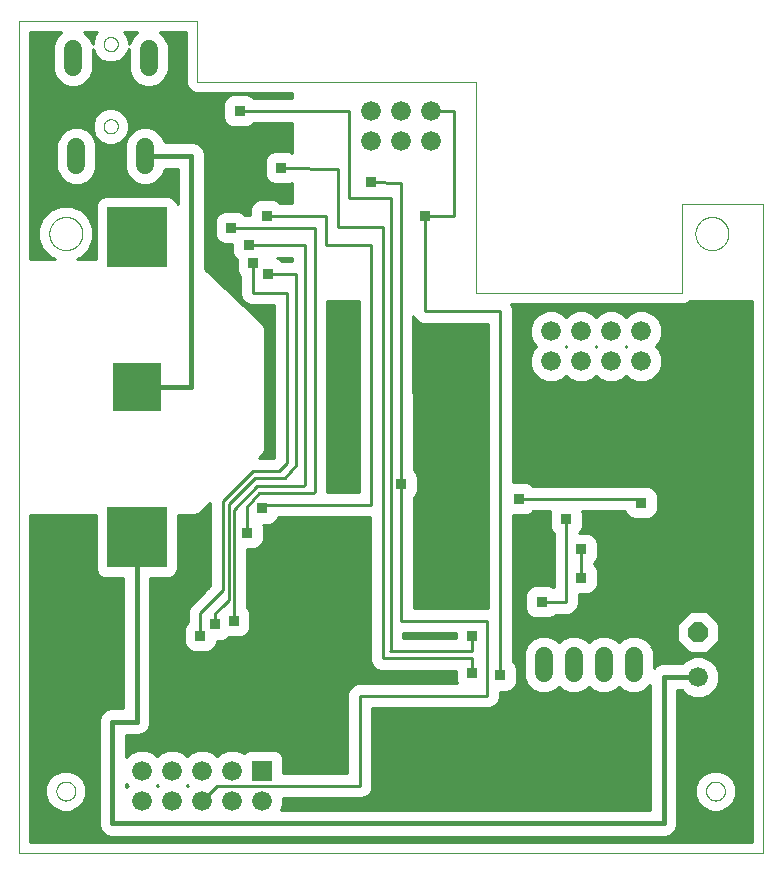
<source format=gbl>
G75*
%MOIN*%
%OFA0B0*%
%FSLAX25Y25*%
%IPPOS*%
%LPD*%
%AMOC8*
5,1,8,0,0,1.08239X$1,22.5*
%
%ADD10C,0.00000*%
%ADD11C,0.06600*%
%ADD12OC8,0.06600*%
%ADD13R,0.06600X0.06600*%
%ADD14C,0.05937*%
%ADD15R,0.16000X0.16000*%
%ADD16R,0.20000X0.20000*%
%ADD17R,0.03562X0.03562*%
%ADD18C,0.01000*%
%ADD19C,0.01600*%
D10*
X0001000Y0001000D02*
X0001000Y0278402D01*
X0060557Y0278402D01*
X0060557Y0258096D01*
X0153559Y0258096D01*
X0153559Y0187850D01*
X0222270Y0187850D01*
X0222270Y0217250D01*
X0249031Y0217250D01*
X0249031Y0001000D01*
X0001000Y0001000D01*
X0013598Y0021709D02*
X0013600Y0021821D01*
X0013606Y0021932D01*
X0013616Y0022044D01*
X0013630Y0022155D01*
X0013647Y0022265D01*
X0013669Y0022375D01*
X0013695Y0022484D01*
X0013724Y0022592D01*
X0013757Y0022698D01*
X0013794Y0022804D01*
X0013835Y0022908D01*
X0013880Y0023011D01*
X0013928Y0023112D01*
X0013979Y0023211D01*
X0014034Y0023308D01*
X0014093Y0023403D01*
X0014154Y0023497D01*
X0014219Y0023588D01*
X0014288Y0023676D01*
X0014359Y0023762D01*
X0014433Y0023846D01*
X0014511Y0023926D01*
X0014591Y0024004D01*
X0014674Y0024080D01*
X0014759Y0024152D01*
X0014847Y0024221D01*
X0014937Y0024287D01*
X0015030Y0024349D01*
X0015125Y0024409D01*
X0015222Y0024465D01*
X0015320Y0024517D01*
X0015421Y0024566D01*
X0015523Y0024611D01*
X0015627Y0024653D01*
X0015732Y0024691D01*
X0015839Y0024725D01*
X0015946Y0024755D01*
X0016055Y0024782D01*
X0016164Y0024804D01*
X0016275Y0024823D01*
X0016385Y0024838D01*
X0016497Y0024849D01*
X0016608Y0024856D01*
X0016720Y0024859D01*
X0016832Y0024858D01*
X0016944Y0024853D01*
X0017055Y0024844D01*
X0017166Y0024831D01*
X0017277Y0024814D01*
X0017387Y0024794D01*
X0017496Y0024769D01*
X0017604Y0024741D01*
X0017711Y0024708D01*
X0017817Y0024672D01*
X0017921Y0024632D01*
X0018024Y0024589D01*
X0018126Y0024542D01*
X0018225Y0024491D01*
X0018323Y0024437D01*
X0018419Y0024379D01*
X0018513Y0024318D01*
X0018604Y0024254D01*
X0018693Y0024187D01*
X0018780Y0024116D01*
X0018864Y0024042D01*
X0018946Y0023966D01*
X0019024Y0023886D01*
X0019100Y0023804D01*
X0019173Y0023719D01*
X0019243Y0023632D01*
X0019309Y0023542D01*
X0019373Y0023450D01*
X0019433Y0023356D01*
X0019490Y0023260D01*
X0019543Y0023161D01*
X0019593Y0023061D01*
X0019639Y0022960D01*
X0019682Y0022856D01*
X0019721Y0022751D01*
X0019756Y0022645D01*
X0019787Y0022538D01*
X0019815Y0022429D01*
X0019838Y0022320D01*
X0019858Y0022210D01*
X0019874Y0022099D01*
X0019886Y0021988D01*
X0019894Y0021877D01*
X0019898Y0021765D01*
X0019898Y0021653D01*
X0019894Y0021541D01*
X0019886Y0021430D01*
X0019874Y0021319D01*
X0019858Y0021208D01*
X0019838Y0021098D01*
X0019815Y0020989D01*
X0019787Y0020880D01*
X0019756Y0020773D01*
X0019721Y0020667D01*
X0019682Y0020562D01*
X0019639Y0020458D01*
X0019593Y0020357D01*
X0019543Y0020257D01*
X0019490Y0020158D01*
X0019433Y0020062D01*
X0019373Y0019968D01*
X0019309Y0019876D01*
X0019243Y0019786D01*
X0019173Y0019699D01*
X0019100Y0019614D01*
X0019024Y0019532D01*
X0018946Y0019452D01*
X0018864Y0019376D01*
X0018780Y0019302D01*
X0018693Y0019231D01*
X0018604Y0019164D01*
X0018513Y0019100D01*
X0018419Y0019039D01*
X0018323Y0018981D01*
X0018225Y0018927D01*
X0018126Y0018876D01*
X0018024Y0018829D01*
X0017921Y0018786D01*
X0017817Y0018746D01*
X0017711Y0018710D01*
X0017604Y0018677D01*
X0017496Y0018649D01*
X0017387Y0018624D01*
X0017277Y0018604D01*
X0017166Y0018587D01*
X0017055Y0018574D01*
X0016944Y0018565D01*
X0016832Y0018560D01*
X0016720Y0018559D01*
X0016608Y0018562D01*
X0016497Y0018569D01*
X0016385Y0018580D01*
X0016275Y0018595D01*
X0016164Y0018614D01*
X0016055Y0018636D01*
X0015946Y0018663D01*
X0015839Y0018693D01*
X0015732Y0018727D01*
X0015627Y0018765D01*
X0015523Y0018807D01*
X0015421Y0018852D01*
X0015320Y0018901D01*
X0015222Y0018953D01*
X0015125Y0019009D01*
X0015030Y0019069D01*
X0014937Y0019131D01*
X0014847Y0019197D01*
X0014759Y0019266D01*
X0014674Y0019338D01*
X0014591Y0019414D01*
X0014511Y0019492D01*
X0014433Y0019572D01*
X0014359Y0019656D01*
X0014288Y0019742D01*
X0014219Y0019830D01*
X0014154Y0019921D01*
X0014093Y0020015D01*
X0014034Y0020110D01*
X0013979Y0020207D01*
X0013928Y0020306D01*
X0013880Y0020407D01*
X0013835Y0020510D01*
X0013794Y0020614D01*
X0013757Y0020720D01*
X0013724Y0020826D01*
X0013695Y0020934D01*
X0013669Y0021043D01*
X0013647Y0021153D01*
X0013630Y0021263D01*
X0013616Y0021374D01*
X0013606Y0021486D01*
X0013600Y0021597D01*
X0013598Y0021709D01*
X0011236Y0207535D02*
X0011238Y0207683D01*
X0011244Y0207831D01*
X0011254Y0207979D01*
X0011268Y0208126D01*
X0011286Y0208273D01*
X0011307Y0208419D01*
X0011333Y0208565D01*
X0011363Y0208710D01*
X0011396Y0208854D01*
X0011434Y0208997D01*
X0011475Y0209139D01*
X0011520Y0209280D01*
X0011568Y0209420D01*
X0011621Y0209559D01*
X0011677Y0209696D01*
X0011737Y0209831D01*
X0011800Y0209965D01*
X0011867Y0210097D01*
X0011938Y0210227D01*
X0012012Y0210355D01*
X0012089Y0210481D01*
X0012170Y0210605D01*
X0012254Y0210727D01*
X0012341Y0210846D01*
X0012432Y0210963D01*
X0012526Y0211078D01*
X0012622Y0211190D01*
X0012722Y0211300D01*
X0012824Y0211406D01*
X0012930Y0211510D01*
X0013038Y0211611D01*
X0013149Y0211709D01*
X0013262Y0211805D01*
X0013378Y0211897D01*
X0013496Y0211986D01*
X0013617Y0212071D01*
X0013740Y0212154D01*
X0013865Y0212233D01*
X0013992Y0212309D01*
X0014121Y0212381D01*
X0014252Y0212450D01*
X0014385Y0212515D01*
X0014520Y0212576D01*
X0014656Y0212634D01*
X0014793Y0212689D01*
X0014932Y0212739D01*
X0015073Y0212786D01*
X0015214Y0212829D01*
X0015357Y0212869D01*
X0015501Y0212904D01*
X0015645Y0212936D01*
X0015791Y0212963D01*
X0015937Y0212987D01*
X0016084Y0213007D01*
X0016231Y0213023D01*
X0016378Y0213035D01*
X0016526Y0213043D01*
X0016674Y0213047D01*
X0016822Y0213047D01*
X0016970Y0213043D01*
X0017118Y0213035D01*
X0017265Y0213023D01*
X0017412Y0213007D01*
X0017559Y0212987D01*
X0017705Y0212963D01*
X0017851Y0212936D01*
X0017995Y0212904D01*
X0018139Y0212869D01*
X0018282Y0212829D01*
X0018423Y0212786D01*
X0018564Y0212739D01*
X0018703Y0212689D01*
X0018840Y0212634D01*
X0018976Y0212576D01*
X0019111Y0212515D01*
X0019244Y0212450D01*
X0019375Y0212381D01*
X0019504Y0212309D01*
X0019631Y0212233D01*
X0019756Y0212154D01*
X0019879Y0212071D01*
X0020000Y0211986D01*
X0020118Y0211897D01*
X0020234Y0211805D01*
X0020347Y0211709D01*
X0020458Y0211611D01*
X0020566Y0211510D01*
X0020672Y0211406D01*
X0020774Y0211300D01*
X0020874Y0211190D01*
X0020970Y0211078D01*
X0021064Y0210963D01*
X0021155Y0210846D01*
X0021242Y0210727D01*
X0021326Y0210605D01*
X0021407Y0210481D01*
X0021484Y0210355D01*
X0021558Y0210227D01*
X0021629Y0210097D01*
X0021696Y0209965D01*
X0021759Y0209831D01*
X0021819Y0209696D01*
X0021875Y0209559D01*
X0021928Y0209420D01*
X0021976Y0209280D01*
X0022021Y0209139D01*
X0022062Y0208997D01*
X0022100Y0208854D01*
X0022133Y0208710D01*
X0022163Y0208565D01*
X0022189Y0208419D01*
X0022210Y0208273D01*
X0022228Y0208126D01*
X0022242Y0207979D01*
X0022252Y0207831D01*
X0022258Y0207683D01*
X0022260Y0207535D01*
X0022258Y0207387D01*
X0022252Y0207239D01*
X0022242Y0207091D01*
X0022228Y0206944D01*
X0022210Y0206797D01*
X0022189Y0206651D01*
X0022163Y0206505D01*
X0022133Y0206360D01*
X0022100Y0206216D01*
X0022062Y0206073D01*
X0022021Y0205931D01*
X0021976Y0205790D01*
X0021928Y0205650D01*
X0021875Y0205511D01*
X0021819Y0205374D01*
X0021759Y0205239D01*
X0021696Y0205105D01*
X0021629Y0204973D01*
X0021558Y0204843D01*
X0021484Y0204715D01*
X0021407Y0204589D01*
X0021326Y0204465D01*
X0021242Y0204343D01*
X0021155Y0204224D01*
X0021064Y0204107D01*
X0020970Y0203992D01*
X0020874Y0203880D01*
X0020774Y0203770D01*
X0020672Y0203664D01*
X0020566Y0203560D01*
X0020458Y0203459D01*
X0020347Y0203361D01*
X0020234Y0203265D01*
X0020118Y0203173D01*
X0020000Y0203084D01*
X0019879Y0202999D01*
X0019756Y0202916D01*
X0019631Y0202837D01*
X0019504Y0202761D01*
X0019375Y0202689D01*
X0019244Y0202620D01*
X0019111Y0202555D01*
X0018976Y0202494D01*
X0018840Y0202436D01*
X0018703Y0202381D01*
X0018564Y0202331D01*
X0018423Y0202284D01*
X0018282Y0202241D01*
X0018139Y0202201D01*
X0017995Y0202166D01*
X0017851Y0202134D01*
X0017705Y0202107D01*
X0017559Y0202083D01*
X0017412Y0202063D01*
X0017265Y0202047D01*
X0017118Y0202035D01*
X0016970Y0202027D01*
X0016822Y0202023D01*
X0016674Y0202023D01*
X0016526Y0202027D01*
X0016378Y0202035D01*
X0016231Y0202047D01*
X0016084Y0202063D01*
X0015937Y0202083D01*
X0015791Y0202107D01*
X0015645Y0202134D01*
X0015501Y0202166D01*
X0015357Y0202201D01*
X0015214Y0202241D01*
X0015073Y0202284D01*
X0014932Y0202331D01*
X0014793Y0202381D01*
X0014656Y0202436D01*
X0014520Y0202494D01*
X0014385Y0202555D01*
X0014252Y0202620D01*
X0014121Y0202689D01*
X0013992Y0202761D01*
X0013865Y0202837D01*
X0013740Y0202916D01*
X0013617Y0202999D01*
X0013496Y0203084D01*
X0013378Y0203173D01*
X0013262Y0203265D01*
X0013149Y0203361D01*
X0013038Y0203459D01*
X0012930Y0203560D01*
X0012824Y0203664D01*
X0012722Y0203770D01*
X0012622Y0203880D01*
X0012526Y0203992D01*
X0012432Y0204107D01*
X0012341Y0204224D01*
X0012254Y0204343D01*
X0012170Y0204465D01*
X0012089Y0204589D01*
X0012012Y0204715D01*
X0011938Y0204843D01*
X0011867Y0204973D01*
X0011800Y0205105D01*
X0011737Y0205239D01*
X0011677Y0205374D01*
X0011621Y0205511D01*
X0011568Y0205650D01*
X0011520Y0205790D01*
X0011475Y0205931D01*
X0011434Y0206073D01*
X0011396Y0206216D01*
X0011363Y0206360D01*
X0011333Y0206505D01*
X0011307Y0206651D01*
X0011286Y0206797D01*
X0011268Y0206944D01*
X0011254Y0207091D01*
X0011244Y0207239D01*
X0011238Y0207387D01*
X0011236Y0207535D01*
X0029347Y0243283D02*
X0029349Y0243380D01*
X0029355Y0243477D01*
X0029365Y0243573D01*
X0029379Y0243669D01*
X0029397Y0243765D01*
X0029418Y0243859D01*
X0029444Y0243953D01*
X0029473Y0244045D01*
X0029507Y0244136D01*
X0029543Y0244226D01*
X0029584Y0244314D01*
X0029628Y0244400D01*
X0029676Y0244485D01*
X0029727Y0244567D01*
X0029781Y0244648D01*
X0029839Y0244726D01*
X0029900Y0244801D01*
X0029963Y0244874D01*
X0030030Y0244945D01*
X0030100Y0245012D01*
X0030172Y0245077D01*
X0030247Y0245138D01*
X0030325Y0245197D01*
X0030404Y0245252D01*
X0030486Y0245304D01*
X0030570Y0245352D01*
X0030656Y0245397D01*
X0030744Y0245439D01*
X0030833Y0245477D01*
X0030924Y0245511D01*
X0031016Y0245541D01*
X0031109Y0245568D01*
X0031204Y0245590D01*
X0031299Y0245609D01*
X0031395Y0245624D01*
X0031491Y0245635D01*
X0031588Y0245642D01*
X0031685Y0245645D01*
X0031782Y0245644D01*
X0031879Y0245639D01*
X0031975Y0245630D01*
X0032071Y0245617D01*
X0032167Y0245600D01*
X0032262Y0245579D01*
X0032355Y0245555D01*
X0032448Y0245526D01*
X0032540Y0245494D01*
X0032630Y0245458D01*
X0032718Y0245419D01*
X0032805Y0245375D01*
X0032890Y0245329D01*
X0032973Y0245278D01*
X0033054Y0245225D01*
X0033132Y0245168D01*
X0033209Y0245108D01*
X0033282Y0245045D01*
X0033353Y0244979D01*
X0033421Y0244910D01*
X0033487Y0244838D01*
X0033549Y0244764D01*
X0033608Y0244687D01*
X0033664Y0244608D01*
X0033717Y0244526D01*
X0033767Y0244443D01*
X0033812Y0244357D01*
X0033855Y0244270D01*
X0033894Y0244181D01*
X0033929Y0244091D01*
X0033960Y0243999D01*
X0033987Y0243906D01*
X0034011Y0243812D01*
X0034031Y0243717D01*
X0034047Y0243621D01*
X0034059Y0243525D01*
X0034067Y0243428D01*
X0034071Y0243331D01*
X0034071Y0243235D01*
X0034067Y0243138D01*
X0034059Y0243041D01*
X0034047Y0242945D01*
X0034031Y0242849D01*
X0034011Y0242754D01*
X0033987Y0242660D01*
X0033960Y0242567D01*
X0033929Y0242475D01*
X0033894Y0242385D01*
X0033855Y0242296D01*
X0033812Y0242209D01*
X0033767Y0242123D01*
X0033717Y0242040D01*
X0033664Y0241958D01*
X0033608Y0241879D01*
X0033549Y0241802D01*
X0033487Y0241728D01*
X0033421Y0241656D01*
X0033353Y0241587D01*
X0033282Y0241521D01*
X0033209Y0241458D01*
X0033132Y0241398D01*
X0033054Y0241341D01*
X0032973Y0241288D01*
X0032890Y0241237D01*
X0032805Y0241191D01*
X0032718Y0241147D01*
X0032630Y0241108D01*
X0032540Y0241072D01*
X0032448Y0241040D01*
X0032355Y0241011D01*
X0032262Y0240987D01*
X0032167Y0240966D01*
X0032071Y0240949D01*
X0031975Y0240936D01*
X0031879Y0240927D01*
X0031782Y0240922D01*
X0031685Y0240921D01*
X0031588Y0240924D01*
X0031491Y0240931D01*
X0031395Y0240942D01*
X0031299Y0240957D01*
X0031204Y0240976D01*
X0031109Y0240998D01*
X0031016Y0241025D01*
X0030924Y0241055D01*
X0030833Y0241089D01*
X0030744Y0241127D01*
X0030656Y0241169D01*
X0030570Y0241214D01*
X0030486Y0241262D01*
X0030404Y0241314D01*
X0030325Y0241369D01*
X0030247Y0241428D01*
X0030172Y0241489D01*
X0030100Y0241554D01*
X0030030Y0241621D01*
X0029963Y0241692D01*
X0029900Y0241765D01*
X0029839Y0241840D01*
X0029781Y0241918D01*
X0029727Y0241999D01*
X0029676Y0242081D01*
X0029628Y0242166D01*
X0029584Y0242252D01*
X0029543Y0242340D01*
X0029507Y0242430D01*
X0029473Y0242521D01*
X0029444Y0242613D01*
X0029418Y0242707D01*
X0029397Y0242801D01*
X0029379Y0242897D01*
X0029365Y0242993D01*
X0029355Y0243089D01*
X0029349Y0243186D01*
X0029347Y0243283D01*
X0029347Y0270685D02*
X0029349Y0270782D01*
X0029355Y0270879D01*
X0029365Y0270975D01*
X0029379Y0271071D01*
X0029397Y0271167D01*
X0029418Y0271261D01*
X0029444Y0271355D01*
X0029473Y0271447D01*
X0029507Y0271538D01*
X0029543Y0271628D01*
X0029584Y0271716D01*
X0029628Y0271802D01*
X0029676Y0271887D01*
X0029727Y0271969D01*
X0029781Y0272050D01*
X0029839Y0272128D01*
X0029900Y0272203D01*
X0029963Y0272276D01*
X0030030Y0272347D01*
X0030100Y0272414D01*
X0030172Y0272479D01*
X0030247Y0272540D01*
X0030325Y0272599D01*
X0030404Y0272654D01*
X0030486Y0272706D01*
X0030570Y0272754D01*
X0030656Y0272799D01*
X0030744Y0272841D01*
X0030833Y0272879D01*
X0030924Y0272913D01*
X0031016Y0272943D01*
X0031109Y0272970D01*
X0031204Y0272992D01*
X0031299Y0273011D01*
X0031395Y0273026D01*
X0031491Y0273037D01*
X0031588Y0273044D01*
X0031685Y0273047D01*
X0031782Y0273046D01*
X0031879Y0273041D01*
X0031975Y0273032D01*
X0032071Y0273019D01*
X0032167Y0273002D01*
X0032262Y0272981D01*
X0032355Y0272957D01*
X0032448Y0272928D01*
X0032540Y0272896D01*
X0032630Y0272860D01*
X0032718Y0272821D01*
X0032805Y0272777D01*
X0032890Y0272731D01*
X0032973Y0272680D01*
X0033054Y0272627D01*
X0033132Y0272570D01*
X0033209Y0272510D01*
X0033282Y0272447D01*
X0033353Y0272381D01*
X0033421Y0272312D01*
X0033487Y0272240D01*
X0033549Y0272166D01*
X0033608Y0272089D01*
X0033664Y0272010D01*
X0033717Y0271928D01*
X0033767Y0271845D01*
X0033812Y0271759D01*
X0033855Y0271672D01*
X0033894Y0271583D01*
X0033929Y0271493D01*
X0033960Y0271401D01*
X0033987Y0271308D01*
X0034011Y0271214D01*
X0034031Y0271119D01*
X0034047Y0271023D01*
X0034059Y0270927D01*
X0034067Y0270830D01*
X0034071Y0270733D01*
X0034071Y0270637D01*
X0034067Y0270540D01*
X0034059Y0270443D01*
X0034047Y0270347D01*
X0034031Y0270251D01*
X0034011Y0270156D01*
X0033987Y0270062D01*
X0033960Y0269969D01*
X0033929Y0269877D01*
X0033894Y0269787D01*
X0033855Y0269698D01*
X0033812Y0269611D01*
X0033767Y0269525D01*
X0033717Y0269442D01*
X0033664Y0269360D01*
X0033608Y0269281D01*
X0033549Y0269204D01*
X0033487Y0269130D01*
X0033421Y0269058D01*
X0033353Y0268989D01*
X0033282Y0268923D01*
X0033209Y0268860D01*
X0033132Y0268800D01*
X0033054Y0268743D01*
X0032973Y0268690D01*
X0032890Y0268639D01*
X0032805Y0268593D01*
X0032718Y0268549D01*
X0032630Y0268510D01*
X0032540Y0268474D01*
X0032448Y0268442D01*
X0032355Y0268413D01*
X0032262Y0268389D01*
X0032167Y0268368D01*
X0032071Y0268351D01*
X0031975Y0268338D01*
X0031879Y0268329D01*
X0031782Y0268324D01*
X0031685Y0268323D01*
X0031588Y0268326D01*
X0031491Y0268333D01*
X0031395Y0268344D01*
X0031299Y0268359D01*
X0031204Y0268378D01*
X0031109Y0268400D01*
X0031016Y0268427D01*
X0030924Y0268457D01*
X0030833Y0268491D01*
X0030744Y0268529D01*
X0030656Y0268571D01*
X0030570Y0268616D01*
X0030486Y0268664D01*
X0030404Y0268716D01*
X0030325Y0268771D01*
X0030247Y0268830D01*
X0030172Y0268891D01*
X0030100Y0268956D01*
X0030030Y0269023D01*
X0029963Y0269094D01*
X0029900Y0269167D01*
X0029839Y0269242D01*
X0029781Y0269320D01*
X0029727Y0269401D01*
X0029676Y0269483D01*
X0029628Y0269568D01*
X0029584Y0269654D01*
X0029543Y0269742D01*
X0029507Y0269832D01*
X0029473Y0269923D01*
X0029444Y0270015D01*
X0029418Y0270109D01*
X0029397Y0270203D01*
X0029379Y0270299D01*
X0029365Y0270395D01*
X0029355Y0270491D01*
X0029349Y0270588D01*
X0029347Y0270685D01*
X0226590Y0207535D02*
X0226592Y0207683D01*
X0226598Y0207831D01*
X0226608Y0207979D01*
X0226622Y0208126D01*
X0226640Y0208273D01*
X0226661Y0208419D01*
X0226687Y0208565D01*
X0226717Y0208710D01*
X0226750Y0208854D01*
X0226788Y0208997D01*
X0226829Y0209139D01*
X0226874Y0209280D01*
X0226922Y0209420D01*
X0226975Y0209559D01*
X0227031Y0209696D01*
X0227091Y0209831D01*
X0227154Y0209965D01*
X0227221Y0210097D01*
X0227292Y0210227D01*
X0227366Y0210355D01*
X0227443Y0210481D01*
X0227524Y0210605D01*
X0227608Y0210727D01*
X0227695Y0210846D01*
X0227786Y0210963D01*
X0227880Y0211078D01*
X0227976Y0211190D01*
X0228076Y0211300D01*
X0228178Y0211406D01*
X0228284Y0211510D01*
X0228392Y0211611D01*
X0228503Y0211709D01*
X0228616Y0211805D01*
X0228732Y0211897D01*
X0228850Y0211986D01*
X0228971Y0212071D01*
X0229094Y0212154D01*
X0229219Y0212233D01*
X0229346Y0212309D01*
X0229475Y0212381D01*
X0229606Y0212450D01*
X0229739Y0212515D01*
X0229874Y0212576D01*
X0230010Y0212634D01*
X0230147Y0212689D01*
X0230286Y0212739D01*
X0230427Y0212786D01*
X0230568Y0212829D01*
X0230711Y0212869D01*
X0230855Y0212904D01*
X0230999Y0212936D01*
X0231145Y0212963D01*
X0231291Y0212987D01*
X0231438Y0213007D01*
X0231585Y0213023D01*
X0231732Y0213035D01*
X0231880Y0213043D01*
X0232028Y0213047D01*
X0232176Y0213047D01*
X0232324Y0213043D01*
X0232472Y0213035D01*
X0232619Y0213023D01*
X0232766Y0213007D01*
X0232913Y0212987D01*
X0233059Y0212963D01*
X0233205Y0212936D01*
X0233349Y0212904D01*
X0233493Y0212869D01*
X0233636Y0212829D01*
X0233777Y0212786D01*
X0233918Y0212739D01*
X0234057Y0212689D01*
X0234194Y0212634D01*
X0234330Y0212576D01*
X0234465Y0212515D01*
X0234598Y0212450D01*
X0234729Y0212381D01*
X0234858Y0212309D01*
X0234985Y0212233D01*
X0235110Y0212154D01*
X0235233Y0212071D01*
X0235354Y0211986D01*
X0235472Y0211897D01*
X0235588Y0211805D01*
X0235701Y0211709D01*
X0235812Y0211611D01*
X0235920Y0211510D01*
X0236026Y0211406D01*
X0236128Y0211300D01*
X0236228Y0211190D01*
X0236324Y0211078D01*
X0236418Y0210963D01*
X0236509Y0210846D01*
X0236596Y0210727D01*
X0236680Y0210605D01*
X0236761Y0210481D01*
X0236838Y0210355D01*
X0236912Y0210227D01*
X0236983Y0210097D01*
X0237050Y0209965D01*
X0237113Y0209831D01*
X0237173Y0209696D01*
X0237229Y0209559D01*
X0237282Y0209420D01*
X0237330Y0209280D01*
X0237375Y0209139D01*
X0237416Y0208997D01*
X0237454Y0208854D01*
X0237487Y0208710D01*
X0237517Y0208565D01*
X0237543Y0208419D01*
X0237564Y0208273D01*
X0237582Y0208126D01*
X0237596Y0207979D01*
X0237606Y0207831D01*
X0237612Y0207683D01*
X0237614Y0207535D01*
X0237612Y0207387D01*
X0237606Y0207239D01*
X0237596Y0207091D01*
X0237582Y0206944D01*
X0237564Y0206797D01*
X0237543Y0206651D01*
X0237517Y0206505D01*
X0237487Y0206360D01*
X0237454Y0206216D01*
X0237416Y0206073D01*
X0237375Y0205931D01*
X0237330Y0205790D01*
X0237282Y0205650D01*
X0237229Y0205511D01*
X0237173Y0205374D01*
X0237113Y0205239D01*
X0237050Y0205105D01*
X0236983Y0204973D01*
X0236912Y0204843D01*
X0236838Y0204715D01*
X0236761Y0204589D01*
X0236680Y0204465D01*
X0236596Y0204343D01*
X0236509Y0204224D01*
X0236418Y0204107D01*
X0236324Y0203992D01*
X0236228Y0203880D01*
X0236128Y0203770D01*
X0236026Y0203664D01*
X0235920Y0203560D01*
X0235812Y0203459D01*
X0235701Y0203361D01*
X0235588Y0203265D01*
X0235472Y0203173D01*
X0235354Y0203084D01*
X0235233Y0202999D01*
X0235110Y0202916D01*
X0234985Y0202837D01*
X0234858Y0202761D01*
X0234729Y0202689D01*
X0234598Y0202620D01*
X0234465Y0202555D01*
X0234330Y0202494D01*
X0234194Y0202436D01*
X0234057Y0202381D01*
X0233918Y0202331D01*
X0233777Y0202284D01*
X0233636Y0202241D01*
X0233493Y0202201D01*
X0233349Y0202166D01*
X0233205Y0202134D01*
X0233059Y0202107D01*
X0232913Y0202083D01*
X0232766Y0202063D01*
X0232619Y0202047D01*
X0232472Y0202035D01*
X0232324Y0202027D01*
X0232176Y0202023D01*
X0232028Y0202023D01*
X0231880Y0202027D01*
X0231732Y0202035D01*
X0231585Y0202047D01*
X0231438Y0202063D01*
X0231291Y0202083D01*
X0231145Y0202107D01*
X0230999Y0202134D01*
X0230855Y0202166D01*
X0230711Y0202201D01*
X0230568Y0202241D01*
X0230427Y0202284D01*
X0230286Y0202331D01*
X0230147Y0202381D01*
X0230010Y0202436D01*
X0229874Y0202494D01*
X0229739Y0202555D01*
X0229606Y0202620D01*
X0229475Y0202689D01*
X0229346Y0202761D01*
X0229219Y0202837D01*
X0229094Y0202916D01*
X0228971Y0202999D01*
X0228850Y0203084D01*
X0228732Y0203173D01*
X0228616Y0203265D01*
X0228503Y0203361D01*
X0228392Y0203459D01*
X0228284Y0203560D01*
X0228178Y0203664D01*
X0228076Y0203770D01*
X0227976Y0203880D01*
X0227880Y0203992D01*
X0227786Y0204107D01*
X0227695Y0204224D01*
X0227608Y0204343D01*
X0227524Y0204465D01*
X0227443Y0204589D01*
X0227366Y0204715D01*
X0227292Y0204843D01*
X0227221Y0204973D01*
X0227154Y0205105D01*
X0227091Y0205239D01*
X0227031Y0205374D01*
X0226975Y0205511D01*
X0226922Y0205650D01*
X0226874Y0205790D01*
X0226829Y0205931D01*
X0226788Y0206073D01*
X0226750Y0206216D01*
X0226717Y0206360D01*
X0226687Y0206505D01*
X0226661Y0206651D01*
X0226640Y0206797D01*
X0226622Y0206944D01*
X0226608Y0207091D01*
X0226598Y0207239D01*
X0226592Y0207387D01*
X0226590Y0207535D01*
X0230133Y0021709D02*
X0230135Y0021821D01*
X0230141Y0021932D01*
X0230151Y0022044D01*
X0230165Y0022155D01*
X0230182Y0022265D01*
X0230204Y0022375D01*
X0230230Y0022484D01*
X0230259Y0022592D01*
X0230292Y0022698D01*
X0230329Y0022804D01*
X0230370Y0022908D01*
X0230415Y0023011D01*
X0230463Y0023112D01*
X0230514Y0023211D01*
X0230569Y0023308D01*
X0230628Y0023403D01*
X0230689Y0023497D01*
X0230754Y0023588D01*
X0230823Y0023676D01*
X0230894Y0023762D01*
X0230968Y0023846D01*
X0231046Y0023926D01*
X0231126Y0024004D01*
X0231209Y0024080D01*
X0231294Y0024152D01*
X0231382Y0024221D01*
X0231472Y0024287D01*
X0231565Y0024349D01*
X0231660Y0024409D01*
X0231757Y0024465D01*
X0231855Y0024517D01*
X0231956Y0024566D01*
X0232058Y0024611D01*
X0232162Y0024653D01*
X0232267Y0024691D01*
X0232374Y0024725D01*
X0232481Y0024755D01*
X0232590Y0024782D01*
X0232699Y0024804D01*
X0232810Y0024823D01*
X0232920Y0024838D01*
X0233032Y0024849D01*
X0233143Y0024856D01*
X0233255Y0024859D01*
X0233367Y0024858D01*
X0233479Y0024853D01*
X0233590Y0024844D01*
X0233701Y0024831D01*
X0233812Y0024814D01*
X0233922Y0024794D01*
X0234031Y0024769D01*
X0234139Y0024741D01*
X0234246Y0024708D01*
X0234352Y0024672D01*
X0234456Y0024632D01*
X0234559Y0024589D01*
X0234661Y0024542D01*
X0234760Y0024491D01*
X0234858Y0024437D01*
X0234954Y0024379D01*
X0235048Y0024318D01*
X0235139Y0024254D01*
X0235228Y0024187D01*
X0235315Y0024116D01*
X0235399Y0024042D01*
X0235481Y0023966D01*
X0235559Y0023886D01*
X0235635Y0023804D01*
X0235708Y0023719D01*
X0235778Y0023632D01*
X0235844Y0023542D01*
X0235908Y0023450D01*
X0235968Y0023356D01*
X0236025Y0023260D01*
X0236078Y0023161D01*
X0236128Y0023061D01*
X0236174Y0022960D01*
X0236217Y0022856D01*
X0236256Y0022751D01*
X0236291Y0022645D01*
X0236322Y0022538D01*
X0236350Y0022429D01*
X0236373Y0022320D01*
X0236393Y0022210D01*
X0236409Y0022099D01*
X0236421Y0021988D01*
X0236429Y0021877D01*
X0236433Y0021765D01*
X0236433Y0021653D01*
X0236429Y0021541D01*
X0236421Y0021430D01*
X0236409Y0021319D01*
X0236393Y0021208D01*
X0236373Y0021098D01*
X0236350Y0020989D01*
X0236322Y0020880D01*
X0236291Y0020773D01*
X0236256Y0020667D01*
X0236217Y0020562D01*
X0236174Y0020458D01*
X0236128Y0020357D01*
X0236078Y0020257D01*
X0236025Y0020158D01*
X0235968Y0020062D01*
X0235908Y0019968D01*
X0235844Y0019876D01*
X0235778Y0019786D01*
X0235708Y0019699D01*
X0235635Y0019614D01*
X0235559Y0019532D01*
X0235481Y0019452D01*
X0235399Y0019376D01*
X0235315Y0019302D01*
X0235228Y0019231D01*
X0235139Y0019164D01*
X0235048Y0019100D01*
X0234954Y0019039D01*
X0234858Y0018981D01*
X0234760Y0018927D01*
X0234661Y0018876D01*
X0234559Y0018829D01*
X0234456Y0018786D01*
X0234352Y0018746D01*
X0234246Y0018710D01*
X0234139Y0018677D01*
X0234031Y0018649D01*
X0233922Y0018624D01*
X0233812Y0018604D01*
X0233701Y0018587D01*
X0233590Y0018574D01*
X0233479Y0018565D01*
X0233367Y0018560D01*
X0233255Y0018559D01*
X0233143Y0018562D01*
X0233032Y0018569D01*
X0232920Y0018580D01*
X0232810Y0018595D01*
X0232699Y0018614D01*
X0232590Y0018636D01*
X0232481Y0018663D01*
X0232374Y0018693D01*
X0232267Y0018727D01*
X0232162Y0018765D01*
X0232058Y0018807D01*
X0231956Y0018852D01*
X0231855Y0018901D01*
X0231757Y0018953D01*
X0231660Y0019009D01*
X0231565Y0019069D01*
X0231472Y0019131D01*
X0231382Y0019197D01*
X0231294Y0019266D01*
X0231209Y0019338D01*
X0231126Y0019414D01*
X0231046Y0019492D01*
X0230968Y0019572D01*
X0230894Y0019656D01*
X0230823Y0019742D01*
X0230754Y0019830D01*
X0230689Y0019921D01*
X0230628Y0020015D01*
X0230569Y0020110D01*
X0230514Y0020207D01*
X0230463Y0020306D01*
X0230415Y0020407D01*
X0230370Y0020510D01*
X0230329Y0020614D01*
X0230292Y0020720D01*
X0230259Y0020826D01*
X0230230Y0020934D01*
X0230204Y0021043D01*
X0230182Y0021153D01*
X0230165Y0021263D01*
X0230151Y0021374D01*
X0230141Y0021486D01*
X0230135Y0021597D01*
X0230133Y0021709D01*
D11*
X0227535Y0059602D03*
X0208500Y0164937D03*
X0198500Y0164937D03*
X0188500Y0164937D03*
X0178500Y0164937D03*
X0178500Y0174937D03*
X0188500Y0174937D03*
X0198500Y0174937D03*
X0208500Y0174937D03*
X0138500Y0238500D03*
X0138500Y0248500D03*
X0128500Y0248500D03*
X0128500Y0238500D03*
X0118500Y0238500D03*
X0118500Y0248500D03*
X0072250Y0028500D03*
X0072250Y0018500D03*
X0062250Y0018500D03*
X0062250Y0028500D03*
X0052250Y0028500D03*
X0052250Y0018500D03*
X0042250Y0018500D03*
X0042250Y0028500D03*
X0082250Y0018500D03*
D12*
X0227535Y0074602D03*
D13*
X0082250Y0028500D03*
D14*
X0176000Y0060906D02*
X0176000Y0066843D01*
X0186000Y0066843D02*
X0186000Y0060906D01*
X0196000Y0060906D02*
X0196000Y0066843D01*
X0206000Y0066843D02*
X0206000Y0060906D01*
X0043126Y0230472D02*
X0043126Y0236409D01*
X0020291Y0236409D02*
X0020291Y0230472D01*
X0019110Y0263150D02*
X0019110Y0269087D01*
X0044307Y0269087D02*
X0044307Y0263150D01*
D15*
X0040370Y0156354D03*
D16*
X0040370Y0106354D03*
X0040370Y0206354D03*
D17*
X0071866Y0209504D03*
X0077772Y0203598D03*
X0079125Y0197781D03*
X0084125Y0194125D03*
X0083677Y0213441D03*
X0088500Y0229504D03*
X0074750Y0248431D03*
X0118500Y0224750D03*
X0136418Y0213500D03*
X0128500Y0124125D03*
X0167875Y0119125D03*
X0183500Y0112250D03*
X0188500Y0102250D03*
X0188500Y0092875D03*
X0175375Y0084750D03*
X0161625Y0060375D03*
X0152250Y0061000D03*
X0152250Y0073500D03*
X0208500Y0117875D03*
X0082280Y0116000D03*
X0077186Y0107875D03*
X0072811Y0078500D03*
X0066625Y0077250D03*
X0061625Y0073500D03*
D18*
X0061625Y0081000D01*
X0066561Y0086000D01*
X0069125Y0088564D01*
X0069125Y0118500D01*
X0079125Y0128500D01*
X0087875Y0128500D01*
X0090375Y0131000D01*
X0090375Y0187875D01*
X0079031Y0187875D01*
X0079125Y0197781D01*
X0073644Y0197692D02*
X0063000Y0197692D01*
X0063000Y0198690D02*
X0073644Y0198690D01*
X0073644Y0198931D02*
X0073644Y0195264D01*
X0074207Y0193905D01*
X0074882Y0193230D01*
X0074839Y0188729D01*
X0074831Y0188710D01*
X0074831Y0187895D01*
X0074824Y0187079D01*
X0074831Y0187060D01*
X0074831Y0187040D01*
X0075144Y0186286D01*
X0075449Y0185530D01*
X0075463Y0185515D01*
X0075471Y0185496D01*
X0076048Y0184919D01*
X0076619Y0184337D01*
X0076638Y0184329D01*
X0076652Y0184314D01*
X0077406Y0184002D01*
X0078156Y0183683D01*
X0078177Y0183683D01*
X0078196Y0183675D01*
X0079011Y0183675D01*
X0079827Y0183667D01*
X0079846Y0183675D01*
X0086175Y0183675D01*
X0086175Y0132740D01*
X0086135Y0132700D01*
X0080997Y0132700D01*
X0081297Y0132980D01*
X0081358Y0133006D01*
X0081868Y0133516D01*
X0082395Y0134010D01*
X0082422Y0134070D01*
X0082469Y0134117D01*
X0082745Y0134784D01*
X0083043Y0135442D01*
X0083045Y0135508D01*
X0083070Y0135569D01*
X0083070Y0136291D01*
X0083093Y0137012D01*
X0083070Y0137074D01*
X0083070Y0174381D01*
X0083092Y0174439D01*
X0083070Y0175164D01*
X0083070Y0175890D01*
X0083046Y0175947D01*
X0083044Y0176009D01*
X0082746Y0176671D01*
X0082469Y0177342D01*
X0082425Y0177386D01*
X0082399Y0177442D01*
X0081871Y0177940D01*
X0081358Y0178453D01*
X0081300Y0178477D01*
X0063000Y0195700D01*
X0063000Y0234336D01*
X0062315Y0235990D01*
X0061049Y0237256D01*
X0059395Y0237941D01*
X0049710Y0237941D01*
X0048779Y0240187D01*
X0046903Y0242063D01*
X0044452Y0243078D01*
X0041800Y0243078D01*
X0039349Y0242063D01*
X0037473Y0240187D01*
X0036457Y0237736D01*
X0036457Y0229146D01*
X0037473Y0226695D01*
X0039349Y0224819D01*
X0041800Y0223804D01*
X0044452Y0223804D01*
X0046903Y0224819D01*
X0048779Y0226695D01*
X0049710Y0228941D01*
X0054000Y0228941D01*
X0054000Y0217259D01*
X0053507Y0218450D01*
X0052466Y0219491D01*
X0051106Y0220054D01*
X0029634Y0220054D01*
X0028274Y0219491D01*
X0027233Y0218450D01*
X0026670Y0217090D01*
X0026670Y0199054D01*
X0020344Y0199054D01*
X0021966Y0199726D01*
X0024557Y0202317D01*
X0025960Y0205703D01*
X0025960Y0209368D01*
X0024557Y0212753D01*
X0021966Y0215345D01*
X0018580Y0216747D01*
X0014916Y0216747D01*
X0011530Y0215345D01*
X0008939Y0212753D01*
X0007536Y0209368D01*
X0007536Y0205703D01*
X0008939Y0202317D01*
X0011530Y0199726D01*
X0013152Y0199054D01*
X0004700Y0199054D01*
X0004700Y0274702D01*
X0015295Y0274702D01*
X0013457Y0272864D01*
X0012442Y0270413D01*
X0012442Y0261823D01*
X0013457Y0259372D01*
X0015333Y0257496D01*
X0017784Y0256481D01*
X0020437Y0256481D01*
X0022888Y0257496D01*
X0024764Y0259372D01*
X0025779Y0261823D01*
X0025779Y0269160D01*
X0026569Y0267251D01*
X0028275Y0265546D01*
X0030503Y0264623D01*
X0032915Y0264623D01*
X0035143Y0265546D01*
X0036848Y0267251D01*
X0037639Y0269160D01*
X0037639Y0261823D01*
X0038654Y0259372D01*
X0040530Y0257496D01*
X0042981Y0256481D01*
X0045634Y0256481D01*
X0048084Y0257496D01*
X0049960Y0259372D01*
X0050976Y0261823D01*
X0050976Y0270413D01*
X0049960Y0272864D01*
X0048123Y0274702D01*
X0056857Y0274702D01*
X0056857Y0257360D01*
X0057420Y0256001D01*
X0058461Y0254960D01*
X0059821Y0254396D01*
X0092250Y0254396D01*
X0092250Y0252631D01*
X0079345Y0252631D01*
X0078627Y0253349D01*
X0077267Y0253912D01*
X0072233Y0253912D01*
X0070873Y0253349D01*
X0069832Y0252308D01*
X0069269Y0250948D01*
X0069269Y0245914D01*
X0069832Y0244554D01*
X0070873Y0243513D01*
X0072233Y0242950D01*
X0077267Y0242950D01*
X0078627Y0243513D01*
X0079345Y0244231D01*
X0092250Y0244231D01*
X0092250Y0234474D01*
X0091017Y0234985D01*
X0085983Y0234985D01*
X0084623Y0234422D01*
X0083582Y0233381D01*
X0083019Y0232021D01*
X0083019Y0226987D01*
X0083582Y0225627D01*
X0084623Y0224586D01*
X0085983Y0224023D01*
X0091017Y0224023D01*
X0092250Y0224534D01*
X0092250Y0217655D01*
X0088253Y0217660D01*
X0087554Y0218359D01*
X0086194Y0218922D01*
X0081160Y0218922D01*
X0079800Y0218359D01*
X0078759Y0217318D01*
X0078196Y0215958D01*
X0078196Y0213704D01*
X0076461Y0213704D01*
X0075743Y0214422D01*
X0074383Y0214985D01*
X0069349Y0214985D01*
X0067989Y0214422D01*
X0066948Y0213381D01*
X0066385Y0212021D01*
X0066385Y0206987D01*
X0066948Y0205627D01*
X0067989Y0204586D01*
X0069349Y0204023D01*
X0072291Y0204023D01*
X0072291Y0201081D01*
X0072854Y0199721D01*
X0073644Y0198931D01*
X0072886Y0199689D02*
X0063000Y0199689D01*
X0063000Y0200687D02*
X0072454Y0200687D01*
X0072291Y0201686D02*
X0063000Y0201686D01*
X0063000Y0202684D02*
X0072291Y0202684D01*
X0072291Y0203683D02*
X0063000Y0203683D01*
X0063000Y0204681D02*
X0067894Y0204681D01*
X0066926Y0205680D02*
X0063000Y0205680D01*
X0063000Y0206678D02*
X0066513Y0206678D01*
X0066385Y0207677D02*
X0063000Y0207677D01*
X0063000Y0208675D02*
X0066385Y0208675D01*
X0066385Y0209674D02*
X0063000Y0209674D01*
X0063000Y0210672D02*
X0066385Y0210672D01*
X0066385Y0211671D02*
X0063000Y0211671D01*
X0063000Y0212670D02*
X0066654Y0212670D01*
X0067235Y0213668D02*
X0063000Y0213668D01*
X0063000Y0214667D02*
X0068580Y0214667D01*
X0063000Y0215665D02*
X0078196Y0215665D01*
X0078196Y0214667D02*
X0075152Y0214667D01*
X0078488Y0216664D02*
X0063000Y0216664D01*
X0063000Y0217662D02*
X0079103Y0217662D01*
X0080529Y0218661D02*
X0063000Y0218661D01*
X0063000Y0219659D02*
X0092250Y0219659D01*
X0092250Y0218661D02*
X0086825Y0218661D01*
X0088251Y0217662D02*
X0092250Y0217662D01*
X0092250Y0220658D02*
X0063000Y0220658D01*
X0063000Y0221656D02*
X0092250Y0221656D01*
X0092250Y0222655D02*
X0063000Y0222655D01*
X0063000Y0223653D02*
X0092250Y0223653D01*
X0088500Y0229504D02*
X0107299Y0229189D01*
X0107299Y0209819D01*
X0122309Y0209819D01*
X0122309Y0066000D01*
X0152250Y0066000D01*
X0152250Y0061000D01*
X0146769Y0060896D02*
X0044870Y0060896D01*
X0044870Y0061894D02*
X0121246Y0061894D01*
X0121474Y0061800D02*
X0146769Y0061800D01*
X0146769Y0058483D01*
X0147093Y0057700D01*
X0113915Y0057700D01*
X0112371Y0057061D01*
X0111189Y0055879D01*
X0110550Y0054335D01*
X0110550Y0027700D01*
X0089250Y0027700D01*
X0089250Y0032536D01*
X0088687Y0033896D01*
X0087646Y0034937D01*
X0086286Y0035500D01*
X0078214Y0035500D01*
X0076854Y0034937D01*
X0076283Y0034366D01*
X0076215Y0034434D01*
X0073642Y0035500D01*
X0070858Y0035500D01*
X0068285Y0034434D01*
X0067250Y0033399D01*
X0066215Y0034434D01*
X0063642Y0035500D01*
X0060858Y0035500D01*
X0058285Y0034434D01*
X0057250Y0033399D01*
X0056215Y0034434D01*
X0053642Y0035500D01*
X0050858Y0035500D01*
X0048285Y0034434D01*
X0047250Y0033399D01*
X0046215Y0034434D01*
X0043642Y0035500D01*
X0040858Y0035500D01*
X0038285Y0034434D01*
X0036750Y0032899D01*
X0036750Y0040250D01*
X0041265Y0040250D01*
X0042919Y0040935D01*
X0044185Y0042201D01*
X0044870Y0043855D01*
X0044870Y0092654D01*
X0051106Y0092654D01*
X0052466Y0093218D01*
X0053507Y0094258D01*
X0054070Y0095618D01*
X0054070Y0113654D01*
X0059056Y0113654D01*
X0059778Y0113631D01*
X0059840Y0113654D01*
X0059906Y0113654D01*
X0060573Y0113931D01*
X0061248Y0114185D01*
X0061297Y0114230D01*
X0061358Y0114256D01*
X0061868Y0114766D01*
X0064925Y0117632D01*
X0064925Y0090304D01*
X0064172Y0089551D01*
X0064159Y0089545D01*
X0063581Y0088960D01*
X0063000Y0088379D01*
X0062995Y0088366D01*
X0058645Y0083960D01*
X0058064Y0083379D01*
X0058059Y0083366D01*
X0058049Y0083356D01*
X0057740Y0082595D01*
X0057425Y0081835D01*
X0057425Y0081821D01*
X0057420Y0081808D01*
X0057425Y0080986D01*
X0057425Y0078095D01*
X0056707Y0077377D01*
X0056144Y0076017D01*
X0056144Y0070983D01*
X0056707Y0069623D01*
X0057748Y0068582D01*
X0059108Y0068019D01*
X0064142Y0068019D01*
X0065502Y0068582D01*
X0066543Y0069623D01*
X0067106Y0070983D01*
X0067106Y0071769D01*
X0069142Y0071769D01*
X0070502Y0072332D01*
X0071189Y0073019D01*
X0075328Y0073019D01*
X0076688Y0073582D01*
X0077729Y0074623D01*
X0078292Y0075983D01*
X0078292Y0081017D01*
X0077729Y0082377D01*
X0077075Y0083031D01*
X0077075Y0102394D01*
X0079703Y0102394D01*
X0081063Y0102957D01*
X0082104Y0103998D01*
X0082667Y0105358D01*
X0082667Y0110392D01*
X0082615Y0110519D01*
X0084797Y0110519D01*
X0086157Y0111082D01*
X0087197Y0112123D01*
X0087532Y0112932D01*
X0118109Y0112932D01*
X0118109Y0066835D01*
X0118109Y0065165D01*
X0118748Y0063621D01*
X0119930Y0062439D01*
X0121474Y0061800D01*
X0119477Y0062893D02*
X0044870Y0062893D01*
X0044870Y0063891D02*
X0118636Y0063891D01*
X0118223Y0064890D02*
X0044870Y0064890D01*
X0044870Y0065888D02*
X0118109Y0065888D01*
X0118109Y0066887D02*
X0044870Y0066887D01*
X0044870Y0067885D02*
X0118109Y0067885D01*
X0118109Y0068884D02*
X0065804Y0068884D01*
X0066650Y0069882D02*
X0118109Y0069882D01*
X0118109Y0070881D02*
X0067064Y0070881D01*
X0069409Y0071879D02*
X0118109Y0071879D01*
X0118109Y0072878D02*
X0071048Y0072878D01*
X0072811Y0078500D02*
X0072875Y0078564D01*
X0072875Y0115375D01*
X0080375Y0123500D01*
X0096000Y0123500D01*
X0096463Y0123963D01*
X0096561Y0123963D01*
X0096561Y0203598D01*
X0077772Y0203598D01*
X0073644Y0196693D02*
X0063000Y0196693D01*
X0063006Y0195695D02*
X0073644Y0195695D01*
X0073879Y0194696D02*
X0064067Y0194696D01*
X0065128Y0193698D02*
X0074414Y0193698D01*
X0074877Y0192699D02*
X0066189Y0192699D01*
X0067250Y0191701D02*
X0074867Y0191701D01*
X0074858Y0190702D02*
X0068311Y0190702D01*
X0069372Y0189704D02*
X0074849Y0189704D01*
X0074831Y0188705D02*
X0070432Y0188705D01*
X0071493Y0187707D02*
X0074830Y0187707D01*
X0074969Y0186708D02*
X0072554Y0186708D01*
X0073615Y0185710D02*
X0075376Y0185710D01*
X0074676Y0184711D02*
X0076252Y0184711D01*
X0075737Y0183713D02*
X0078087Y0183713D01*
X0076798Y0182714D02*
X0086175Y0182714D01*
X0086175Y0181716D02*
X0077859Y0181716D01*
X0078920Y0180717D02*
X0086175Y0180717D01*
X0086175Y0179719D02*
X0079981Y0179719D01*
X0081042Y0178720D02*
X0086175Y0178720D01*
X0086175Y0177722D02*
X0082103Y0177722D01*
X0082725Y0176723D02*
X0086175Y0176723D01*
X0086175Y0175725D02*
X0083070Y0175725D01*
X0083083Y0174726D02*
X0086175Y0174726D01*
X0086175Y0173728D02*
X0083070Y0173728D01*
X0083070Y0172729D02*
X0086175Y0172729D01*
X0086175Y0171731D02*
X0083070Y0171731D01*
X0083070Y0170732D02*
X0086175Y0170732D01*
X0086175Y0169734D02*
X0083070Y0169734D01*
X0083070Y0168735D02*
X0086175Y0168735D01*
X0086175Y0167737D02*
X0083070Y0167737D01*
X0083070Y0166738D02*
X0086175Y0166738D01*
X0086175Y0165739D02*
X0083070Y0165739D01*
X0083070Y0164741D02*
X0086175Y0164741D01*
X0086175Y0163742D02*
X0083070Y0163742D01*
X0083070Y0162744D02*
X0086175Y0162744D01*
X0086175Y0161745D02*
X0083070Y0161745D01*
X0083070Y0160747D02*
X0086175Y0160747D01*
X0086175Y0159748D02*
X0083070Y0159748D01*
X0083070Y0158750D02*
X0086175Y0158750D01*
X0086175Y0157751D02*
X0083070Y0157751D01*
X0083070Y0156753D02*
X0086175Y0156753D01*
X0086175Y0155754D02*
X0083070Y0155754D01*
X0083070Y0154756D02*
X0086175Y0154756D01*
X0086175Y0153757D02*
X0083070Y0153757D01*
X0083070Y0152759D02*
X0086175Y0152759D01*
X0086175Y0151760D02*
X0083070Y0151760D01*
X0083070Y0150762D02*
X0086175Y0150762D01*
X0086175Y0149763D02*
X0083070Y0149763D01*
X0083070Y0148765D02*
X0086175Y0148765D01*
X0086175Y0147766D02*
X0083070Y0147766D01*
X0083070Y0146768D02*
X0086175Y0146768D01*
X0086175Y0145769D02*
X0083070Y0145769D01*
X0083070Y0144771D02*
X0086175Y0144771D01*
X0086175Y0143772D02*
X0083070Y0143772D01*
X0083070Y0142774D02*
X0086175Y0142774D01*
X0086175Y0141775D02*
X0083070Y0141775D01*
X0083070Y0140777D02*
X0086175Y0140777D01*
X0086175Y0139778D02*
X0083070Y0139778D01*
X0083070Y0138780D02*
X0086175Y0138780D01*
X0086175Y0137781D02*
X0083070Y0137781D01*
X0083086Y0136783D02*
X0086175Y0136783D01*
X0086175Y0135784D02*
X0083070Y0135784D01*
X0082746Y0134786D02*
X0086175Y0134786D01*
X0086175Y0133787D02*
X0082157Y0133787D01*
X0081092Y0132789D02*
X0086175Y0132789D01*
X0089750Y0126000D02*
X0079750Y0126000D01*
X0071000Y0117250D01*
X0071000Y0085439D01*
X0069061Y0083500D01*
X0066625Y0081000D01*
X0066625Y0077250D01*
X0059534Y0084860D02*
X0044870Y0084860D01*
X0044870Y0083862D02*
X0058547Y0083862D01*
X0057849Y0082863D02*
X0044870Y0082863D01*
X0044870Y0081865D02*
X0057437Y0081865D01*
X0057425Y0080866D02*
X0044870Y0080866D01*
X0044870Y0079868D02*
X0057425Y0079868D01*
X0057425Y0078869D02*
X0044870Y0078869D01*
X0044870Y0077870D02*
X0057201Y0077870D01*
X0056498Y0076872D02*
X0044870Y0076872D01*
X0044870Y0075873D02*
X0056144Y0075873D01*
X0056144Y0074875D02*
X0044870Y0074875D01*
X0044870Y0073876D02*
X0056144Y0073876D01*
X0056144Y0072878D02*
X0044870Y0072878D01*
X0044870Y0071879D02*
X0056144Y0071879D01*
X0056186Y0070881D02*
X0044870Y0070881D01*
X0044870Y0069882D02*
X0056600Y0069882D01*
X0057446Y0068884D02*
X0044870Y0068884D01*
X0044870Y0059897D02*
X0146769Y0059897D01*
X0146769Y0058899D02*
X0044870Y0058899D01*
X0044870Y0057900D02*
X0147010Y0057900D01*
X0157250Y0053500D02*
X0114750Y0053500D01*
X0114750Y0023500D01*
X0067250Y0023500D01*
X0062250Y0018500D01*
X0057250Y0023399D02*
X0057149Y0023500D01*
X0057250Y0023601D01*
X0057351Y0023500D01*
X0057250Y0023399D01*
X0056713Y0033936D02*
X0057787Y0033936D01*
X0059492Y0034934D02*
X0055008Y0034934D01*
X0049492Y0034934D02*
X0045008Y0034934D01*
X0046713Y0033936D02*
X0047787Y0033936D01*
X0042896Y0040926D02*
X0110550Y0040926D01*
X0110550Y0041924D02*
X0043908Y0041924D01*
X0044484Y0042923D02*
X0110550Y0042923D01*
X0110550Y0043921D02*
X0044870Y0043921D01*
X0044870Y0044920D02*
X0110550Y0044920D01*
X0110550Y0045918D02*
X0044870Y0045918D01*
X0044870Y0046917D02*
X0110550Y0046917D01*
X0110550Y0047915D02*
X0044870Y0047915D01*
X0044870Y0048914D02*
X0110550Y0048914D01*
X0110550Y0049912D02*
X0044870Y0049912D01*
X0044870Y0050911D02*
X0110550Y0050911D01*
X0110550Y0051909D02*
X0044870Y0051909D01*
X0044870Y0052908D02*
X0110550Y0052908D01*
X0110550Y0053906D02*
X0044870Y0053906D01*
X0044870Y0054905D02*
X0110786Y0054905D01*
X0111214Y0055903D02*
X0044870Y0055903D01*
X0044870Y0056902D02*
X0112212Y0056902D01*
X0118950Y0049300D02*
X0158085Y0049300D01*
X0159629Y0049939D01*
X0160811Y0051121D01*
X0161450Y0052665D01*
X0161450Y0054894D01*
X0164142Y0054894D01*
X0165502Y0055457D01*
X0166543Y0056498D01*
X0167106Y0057858D01*
X0167106Y0062892D01*
X0166543Y0064252D01*
X0165825Y0064970D01*
X0165825Y0113644D01*
X0170392Y0113644D01*
X0171752Y0114207D01*
X0172470Y0114925D01*
X0178084Y0114925D01*
X0178019Y0114767D01*
X0178019Y0109733D01*
X0178582Y0108373D01*
X0179300Y0107655D01*
X0179300Y0089620D01*
X0179252Y0089668D01*
X0177892Y0090231D01*
X0172858Y0090231D01*
X0171498Y0089668D01*
X0170457Y0088627D01*
X0169894Y0087267D01*
X0169894Y0082233D01*
X0170457Y0080873D01*
X0171498Y0079832D01*
X0172858Y0079269D01*
X0177892Y0079269D01*
X0179252Y0079832D01*
X0179970Y0080550D01*
X0184335Y0080550D01*
X0185879Y0081189D01*
X0187061Y0082371D01*
X0187700Y0083915D01*
X0187700Y0087394D01*
X0191017Y0087394D01*
X0192377Y0087957D01*
X0193418Y0088998D01*
X0193981Y0090358D01*
X0193981Y0095392D01*
X0193418Y0096752D01*
X0192700Y0097470D01*
X0192700Y0097655D01*
X0193418Y0098373D01*
X0193981Y0099733D01*
X0193981Y0104767D01*
X0193418Y0106127D01*
X0192377Y0107168D01*
X0191017Y0107731D01*
X0187776Y0107731D01*
X0188418Y0108373D01*
X0188981Y0109733D01*
X0188981Y0114767D01*
X0188916Y0114925D01*
X0203198Y0114925D01*
X0203582Y0113998D01*
X0204623Y0112957D01*
X0205983Y0112394D01*
X0211017Y0112394D01*
X0212377Y0112957D01*
X0213418Y0113998D01*
X0213981Y0115358D01*
X0213981Y0120392D01*
X0213418Y0121752D01*
X0212377Y0122793D01*
X0211017Y0123356D01*
X0205983Y0123356D01*
X0205908Y0123325D01*
X0172470Y0123325D01*
X0171752Y0124043D01*
X0170392Y0124606D01*
X0165825Y0124606D01*
X0165825Y0182574D01*
X0165186Y0184117D01*
X0165152Y0184150D01*
X0223006Y0184150D01*
X0224366Y0184714D01*
X0224589Y0184937D01*
X0245331Y0184937D01*
X0245331Y0004700D01*
X0004700Y0004700D01*
X0004700Y0113654D01*
X0026670Y0113654D01*
X0026670Y0095618D01*
X0027233Y0094258D01*
X0028274Y0093218D01*
X0029634Y0092654D01*
X0035870Y0092654D01*
X0035870Y0049250D01*
X0031355Y0049250D01*
X0029701Y0048565D01*
X0028435Y0047299D01*
X0027750Y0045645D01*
X0027750Y0010105D01*
X0028435Y0008451D01*
X0029701Y0007185D01*
X0031355Y0006500D01*
X0216895Y0006500D01*
X0218549Y0007185D01*
X0219815Y0008451D01*
X0220500Y0010105D01*
X0220500Y0055250D01*
X0221988Y0055250D01*
X0223570Y0053668D01*
X0226143Y0052602D01*
X0228928Y0052602D01*
X0231501Y0053668D01*
X0233470Y0055637D01*
X0234535Y0058210D01*
X0234535Y0060995D01*
X0233470Y0063568D01*
X0231501Y0065537D01*
X0228928Y0066602D01*
X0226143Y0066602D01*
X0223570Y0065537D01*
X0222284Y0064250D01*
X0215105Y0064250D01*
X0213451Y0063565D01*
X0212668Y0062782D01*
X0212668Y0068169D01*
X0211653Y0070620D01*
X0209777Y0072496D01*
X0207326Y0073511D01*
X0204674Y0073511D01*
X0202223Y0072496D01*
X0201000Y0071273D01*
X0199777Y0072496D01*
X0197326Y0073511D01*
X0194674Y0073511D01*
X0192223Y0072496D01*
X0191000Y0071273D01*
X0189777Y0072496D01*
X0187326Y0073511D01*
X0184674Y0073511D01*
X0182223Y0072496D01*
X0181000Y0071273D01*
X0179777Y0072496D01*
X0177326Y0073511D01*
X0174674Y0073511D01*
X0172223Y0072496D01*
X0170347Y0070620D01*
X0169331Y0068169D01*
X0169331Y0059579D01*
X0170347Y0057128D01*
X0172223Y0055252D01*
X0174674Y0054237D01*
X0177326Y0054237D01*
X0179777Y0055252D01*
X0181000Y0056475D01*
X0182223Y0055252D01*
X0184674Y0054237D01*
X0187326Y0054237D01*
X0189777Y0055252D01*
X0191000Y0056475D01*
X0192223Y0055252D01*
X0194674Y0054237D01*
X0197326Y0054237D01*
X0199777Y0055252D01*
X0201000Y0056475D01*
X0202223Y0055252D01*
X0204674Y0054237D01*
X0207326Y0054237D01*
X0209777Y0055252D01*
X0211500Y0056975D01*
X0211500Y0015500D01*
X0088584Y0015500D01*
X0089250Y0017108D01*
X0089250Y0019300D01*
X0115585Y0019300D01*
X0117129Y0019939D01*
X0118311Y0021121D01*
X0118950Y0022665D01*
X0118950Y0049300D01*
X0118950Y0048914D02*
X0211500Y0048914D01*
X0211500Y0049912D02*
X0159563Y0049912D01*
X0160600Y0050911D02*
X0211500Y0050911D01*
X0211500Y0051909D02*
X0161137Y0051909D01*
X0161450Y0052908D02*
X0211500Y0052908D01*
X0211500Y0053906D02*
X0161450Y0053906D01*
X0164168Y0054905D02*
X0173062Y0054905D01*
X0171572Y0055903D02*
X0165948Y0055903D01*
X0166710Y0056902D02*
X0170573Y0056902D01*
X0170027Y0057900D02*
X0167106Y0057900D01*
X0167106Y0058899D02*
X0169613Y0058899D01*
X0169331Y0059897D02*
X0167106Y0059897D01*
X0167106Y0060896D02*
X0169331Y0060896D01*
X0169331Y0061894D02*
X0167106Y0061894D01*
X0167106Y0062893D02*
X0169331Y0062893D01*
X0169331Y0063891D02*
X0166692Y0063891D01*
X0165905Y0064890D02*
X0169331Y0064890D01*
X0169331Y0065888D02*
X0165825Y0065888D01*
X0165825Y0066887D02*
X0169331Y0066887D01*
X0169331Y0067885D02*
X0165825Y0067885D01*
X0165825Y0068884D02*
X0169628Y0068884D01*
X0170041Y0069882D02*
X0165825Y0069882D01*
X0165825Y0070881D02*
X0170608Y0070881D01*
X0171606Y0071879D02*
X0165825Y0071879D01*
X0165825Y0072878D02*
X0173145Y0072878D01*
X0178855Y0072878D02*
X0183145Y0072878D01*
X0181606Y0071879D02*
X0180394Y0071879D01*
X0179287Y0079868D02*
X0222901Y0079868D01*
X0223900Y0080866D02*
X0185098Y0080866D01*
X0186554Y0081865D02*
X0245331Y0081865D01*
X0245331Y0082863D02*
X0187264Y0082863D01*
X0187678Y0083862D02*
X0245331Y0083862D01*
X0245331Y0084860D02*
X0187700Y0084860D01*
X0187700Y0085859D02*
X0245331Y0085859D01*
X0245331Y0086857D02*
X0187700Y0086857D01*
X0192132Y0087856D02*
X0245331Y0087856D01*
X0245331Y0088854D02*
X0193274Y0088854D01*
X0193772Y0089853D02*
X0245331Y0089853D01*
X0245331Y0090851D02*
X0193981Y0090851D01*
X0193981Y0091850D02*
X0245331Y0091850D01*
X0245331Y0092848D02*
X0193981Y0092848D01*
X0193981Y0093847D02*
X0245331Y0093847D01*
X0245331Y0094845D02*
X0193981Y0094845D01*
X0193794Y0095844D02*
X0245331Y0095844D01*
X0245331Y0096842D02*
X0193328Y0096842D01*
X0192885Y0097841D02*
X0245331Y0097841D01*
X0245331Y0098839D02*
X0193611Y0098839D01*
X0193981Y0099838D02*
X0245331Y0099838D01*
X0245331Y0100836D02*
X0193981Y0100836D01*
X0193981Y0101835D02*
X0245331Y0101835D01*
X0245331Y0102833D02*
X0193981Y0102833D01*
X0193981Y0103832D02*
X0245331Y0103832D01*
X0245331Y0104830D02*
X0193955Y0104830D01*
X0193541Y0105829D02*
X0245331Y0105829D01*
X0245331Y0106827D02*
X0192717Y0106827D01*
X0188605Y0108824D02*
X0245331Y0108824D01*
X0245331Y0107826D02*
X0187871Y0107826D01*
X0188981Y0109823D02*
X0245331Y0109823D01*
X0245331Y0110821D02*
X0188981Y0110821D01*
X0188981Y0111820D02*
X0245331Y0111820D01*
X0245331Y0112818D02*
X0212042Y0112818D01*
X0213237Y0113817D02*
X0245331Y0113817D01*
X0245331Y0114815D02*
X0213756Y0114815D01*
X0213981Y0115814D02*
X0245331Y0115814D01*
X0245331Y0116812D02*
X0213981Y0116812D01*
X0213981Y0117811D02*
X0245331Y0117811D01*
X0245331Y0118809D02*
X0213981Y0118809D01*
X0213981Y0119808D02*
X0245331Y0119808D01*
X0245331Y0120806D02*
X0213809Y0120806D01*
X0213365Y0121805D02*
X0245331Y0121805D01*
X0245331Y0122803D02*
X0212351Y0122803D01*
X0208500Y0119125D02*
X0167875Y0119125D01*
X0171993Y0123802D02*
X0245331Y0123802D01*
X0245331Y0124801D02*
X0165825Y0124801D01*
X0165825Y0125799D02*
X0245331Y0125799D01*
X0245331Y0126798D02*
X0165825Y0126798D01*
X0165825Y0127796D02*
X0245331Y0127796D01*
X0245331Y0128795D02*
X0165825Y0128795D01*
X0165825Y0129793D02*
X0245331Y0129793D01*
X0245331Y0130792D02*
X0165825Y0130792D01*
X0165825Y0131790D02*
X0245331Y0131790D01*
X0245331Y0132789D02*
X0165825Y0132789D01*
X0165825Y0133787D02*
X0245331Y0133787D01*
X0245331Y0134786D02*
X0165825Y0134786D01*
X0165825Y0135784D02*
X0245331Y0135784D01*
X0245331Y0136783D02*
X0165825Y0136783D01*
X0165825Y0137781D02*
X0245331Y0137781D01*
X0245331Y0138780D02*
X0165825Y0138780D01*
X0165825Y0139778D02*
X0245331Y0139778D01*
X0245331Y0140777D02*
X0165825Y0140777D01*
X0165825Y0141775D02*
X0245331Y0141775D01*
X0245331Y0142774D02*
X0165825Y0142774D01*
X0165825Y0143772D02*
X0245331Y0143772D01*
X0245331Y0144771D02*
X0165825Y0144771D01*
X0165825Y0145769D02*
X0245331Y0145769D01*
X0245331Y0146768D02*
X0165825Y0146768D01*
X0165825Y0147766D02*
X0245331Y0147766D01*
X0245331Y0148765D02*
X0165825Y0148765D01*
X0165825Y0149763D02*
X0245331Y0149763D01*
X0245331Y0150762D02*
X0165825Y0150762D01*
X0165825Y0151760D02*
X0245331Y0151760D01*
X0245331Y0152759D02*
X0165825Y0152759D01*
X0165825Y0153757D02*
X0245331Y0153757D01*
X0245331Y0154756D02*
X0165825Y0154756D01*
X0165825Y0155754D02*
X0245331Y0155754D01*
X0245331Y0156753D02*
X0165825Y0156753D01*
X0165825Y0157751D02*
X0245331Y0157751D01*
X0245331Y0158750D02*
X0211855Y0158750D01*
X0212465Y0159003D02*
X0214434Y0160972D01*
X0215500Y0163545D01*
X0215500Y0166329D01*
X0214434Y0168902D01*
X0213399Y0169937D01*
X0214434Y0170972D01*
X0215500Y0173545D01*
X0215500Y0176329D01*
X0214434Y0178902D01*
X0212465Y0180871D01*
X0209892Y0181937D01*
X0207108Y0181937D01*
X0204535Y0180871D01*
X0203500Y0179836D01*
X0202465Y0180871D01*
X0199892Y0181937D01*
X0197108Y0181937D01*
X0194535Y0180871D01*
X0193500Y0179836D01*
X0192465Y0180871D01*
X0189892Y0181937D01*
X0187108Y0181937D01*
X0184535Y0180871D01*
X0183500Y0179836D01*
X0182465Y0180871D01*
X0179892Y0181937D01*
X0177108Y0181937D01*
X0174535Y0180871D01*
X0172566Y0178902D01*
X0171500Y0176329D01*
X0171500Y0173545D01*
X0172566Y0170972D01*
X0173601Y0169937D01*
X0172566Y0168902D01*
X0171500Y0166329D01*
X0171500Y0163545D01*
X0172566Y0160972D01*
X0174535Y0159003D01*
X0177108Y0157937D01*
X0179892Y0157937D01*
X0182465Y0159003D01*
X0183500Y0160038D01*
X0184535Y0159003D01*
X0187108Y0157937D01*
X0189892Y0157937D01*
X0192465Y0159003D01*
X0193500Y0160038D01*
X0194535Y0159003D01*
X0197108Y0157937D01*
X0199892Y0157937D01*
X0202465Y0159003D01*
X0203500Y0160038D01*
X0204535Y0159003D01*
X0207108Y0157937D01*
X0209892Y0157937D01*
X0212465Y0159003D01*
X0213211Y0159748D02*
X0245331Y0159748D01*
X0245331Y0160747D02*
X0214209Y0160747D01*
X0214755Y0161745D02*
X0245331Y0161745D01*
X0245331Y0162744D02*
X0215168Y0162744D01*
X0215500Y0163742D02*
X0245331Y0163742D01*
X0245331Y0164741D02*
X0215500Y0164741D01*
X0215500Y0165739D02*
X0245331Y0165739D01*
X0245331Y0166738D02*
X0215331Y0166738D01*
X0214917Y0167737D02*
X0245331Y0167737D01*
X0245331Y0168735D02*
X0214504Y0168735D01*
X0213603Y0169734D02*
X0245331Y0169734D01*
X0245331Y0170732D02*
X0214195Y0170732D01*
X0214749Y0171731D02*
X0245331Y0171731D01*
X0245331Y0172729D02*
X0215162Y0172729D01*
X0215500Y0173728D02*
X0245331Y0173728D01*
X0245331Y0174726D02*
X0215500Y0174726D01*
X0215500Y0175725D02*
X0245331Y0175725D01*
X0245331Y0176723D02*
X0215337Y0176723D01*
X0214923Y0177722D02*
X0245331Y0177722D01*
X0245331Y0178720D02*
X0214510Y0178720D01*
X0213618Y0179719D02*
X0245331Y0179719D01*
X0245331Y0180717D02*
X0212619Y0180717D01*
X0210427Y0181716D02*
X0245331Y0181716D01*
X0245331Y0182714D02*
X0165767Y0182714D01*
X0165825Y0181716D02*
X0176573Y0181716D01*
X0174381Y0180717D02*
X0165825Y0180717D01*
X0165825Y0179719D02*
X0173382Y0179719D01*
X0172490Y0178720D02*
X0165825Y0178720D01*
X0165825Y0177722D02*
X0172077Y0177722D01*
X0171663Y0176723D02*
X0165825Y0176723D01*
X0165825Y0175725D02*
X0171500Y0175725D01*
X0171500Y0174726D02*
X0165825Y0174726D01*
X0165825Y0173728D02*
X0171500Y0173728D01*
X0171838Y0172729D02*
X0165825Y0172729D01*
X0165825Y0171731D02*
X0172251Y0171731D01*
X0172805Y0170732D02*
X0165825Y0170732D01*
X0165825Y0169734D02*
X0173397Y0169734D01*
X0172496Y0168735D02*
X0165825Y0168735D01*
X0165825Y0167737D02*
X0172083Y0167737D01*
X0171669Y0166738D02*
X0165825Y0166738D01*
X0165825Y0165739D02*
X0171500Y0165739D01*
X0171500Y0164741D02*
X0165825Y0164741D01*
X0165825Y0163742D02*
X0171500Y0163742D01*
X0171832Y0162744D02*
X0165825Y0162744D01*
X0165825Y0161745D02*
X0172245Y0161745D01*
X0172791Y0160747D02*
X0165825Y0160747D01*
X0165825Y0159748D02*
X0173789Y0159748D01*
X0175145Y0158750D02*
X0165825Y0158750D01*
X0157425Y0158750D02*
X0132646Y0158750D01*
X0132644Y0159748D02*
X0157425Y0159748D01*
X0157425Y0160747D02*
X0132643Y0160747D01*
X0132641Y0161745D02*
X0157425Y0161745D01*
X0157425Y0162744D02*
X0132639Y0162744D01*
X0132638Y0163742D02*
X0157425Y0163742D01*
X0157425Y0164741D02*
X0132636Y0164741D01*
X0132635Y0165739D02*
X0157425Y0165739D01*
X0157425Y0166738D02*
X0132633Y0166738D01*
X0132632Y0167737D02*
X0157425Y0167737D01*
X0157425Y0168735D02*
X0132630Y0168735D01*
X0132628Y0169734D02*
X0157425Y0169734D01*
X0157425Y0170732D02*
X0132627Y0170732D01*
X0132625Y0171731D02*
X0157425Y0171731D01*
X0157425Y0172729D02*
X0132624Y0172729D01*
X0132622Y0173728D02*
X0157425Y0173728D01*
X0157425Y0174726D02*
X0132621Y0174726D01*
X0132619Y0175725D02*
X0157425Y0175725D01*
X0157425Y0176723D02*
X0132617Y0176723D01*
X0132616Y0177722D02*
X0135140Y0177722D01*
X0135583Y0177538D02*
X0157425Y0177538D01*
X0157425Y0082700D01*
X0132700Y0082700D01*
X0132700Y0119530D01*
X0133418Y0120248D01*
X0133981Y0121608D01*
X0133981Y0126642D01*
X0133418Y0128002D01*
X0132693Y0128727D01*
X0132612Y0179951D01*
X0132858Y0179359D01*
X0134039Y0178178D01*
X0135583Y0177538D01*
X0133497Y0178720D02*
X0132614Y0178720D01*
X0132613Y0179719D02*
X0132709Y0179719D01*
X0136418Y0181738D02*
X0161625Y0181738D01*
X0161625Y0060375D01*
X0157250Y0053500D02*
X0157250Y0078500D01*
X0128500Y0078500D01*
X0128500Y0124125D01*
X0128343Y0224519D01*
X0118500Y0224750D01*
X0125016Y0219346D02*
X0111236Y0219346D01*
X0111236Y0237063D01*
X0111030Y0248431D01*
X0097250Y0248500D01*
X0092250Y0243623D02*
X0078737Y0243623D01*
X0074750Y0248431D02*
X0111030Y0248431D01*
X0092250Y0253608D02*
X0078000Y0253608D01*
X0071500Y0253608D02*
X0004700Y0253608D01*
X0004700Y0252610D02*
X0070134Y0252610D01*
X0069544Y0251611D02*
X0004700Y0251611D01*
X0004700Y0250613D02*
X0069269Y0250613D01*
X0069269Y0249614D02*
X0004700Y0249614D01*
X0004700Y0248616D02*
X0028741Y0248616D01*
X0028275Y0248423D02*
X0026569Y0246717D01*
X0025646Y0244489D01*
X0025646Y0242078D01*
X0026569Y0239849D01*
X0028275Y0238144D01*
X0030503Y0237221D01*
X0032915Y0237221D01*
X0035143Y0238144D01*
X0036848Y0239849D01*
X0037771Y0242078D01*
X0037771Y0244489D01*
X0036848Y0246717D01*
X0035143Y0248423D01*
X0032915Y0249346D01*
X0030503Y0249346D01*
X0028275Y0248423D01*
X0027469Y0247617D02*
X0004700Y0247617D01*
X0004700Y0246619D02*
X0026529Y0246619D01*
X0026115Y0245620D02*
X0004700Y0245620D01*
X0004700Y0244622D02*
X0025701Y0244622D01*
X0025646Y0243623D02*
X0004700Y0243623D01*
X0004700Y0242625D02*
X0017871Y0242625D01*
X0018965Y0243078D02*
X0016514Y0242063D01*
X0014638Y0240187D01*
X0013623Y0237736D01*
X0013623Y0229146D01*
X0014638Y0226695D01*
X0016514Y0224819D01*
X0018965Y0223804D01*
X0021618Y0223804D01*
X0024069Y0224819D01*
X0025945Y0226695D01*
X0026960Y0229146D01*
X0026960Y0237736D01*
X0025945Y0240187D01*
X0024069Y0242063D01*
X0021618Y0243078D01*
X0018965Y0243078D01*
X0016078Y0241626D02*
X0004700Y0241626D01*
X0004700Y0240628D02*
X0015079Y0240628D01*
X0014407Y0239629D02*
X0004700Y0239629D01*
X0004700Y0238631D02*
X0013994Y0238631D01*
X0013623Y0237632D02*
X0004700Y0237632D01*
X0004700Y0236634D02*
X0013623Y0236634D01*
X0013623Y0235635D02*
X0004700Y0235635D01*
X0004700Y0234637D02*
X0013623Y0234637D01*
X0013623Y0233638D02*
X0004700Y0233638D01*
X0004700Y0232640D02*
X0013623Y0232640D01*
X0013623Y0231641D02*
X0004700Y0231641D01*
X0004700Y0230643D02*
X0013623Y0230643D01*
X0013623Y0229644D02*
X0004700Y0229644D01*
X0004700Y0228646D02*
X0013830Y0228646D01*
X0014244Y0227647D02*
X0004700Y0227647D01*
X0004700Y0226649D02*
X0014684Y0226649D01*
X0015683Y0225650D02*
X0004700Y0225650D01*
X0004700Y0224652D02*
X0016918Y0224652D01*
X0023664Y0224652D02*
X0039753Y0224652D01*
X0038518Y0225650D02*
X0024900Y0225650D01*
X0025898Y0226649D02*
X0037519Y0226649D01*
X0037078Y0227647D02*
X0026339Y0227647D01*
X0026753Y0228646D02*
X0036665Y0228646D01*
X0036457Y0229644D02*
X0026960Y0229644D01*
X0026960Y0230643D02*
X0036457Y0230643D01*
X0036457Y0231641D02*
X0026960Y0231641D01*
X0026960Y0232640D02*
X0036457Y0232640D01*
X0036457Y0233638D02*
X0026960Y0233638D01*
X0026960Y0234637D02*
X0036457Y0234637D01*
X0036457Y0235635D02*
X0026960Y0235635D01*
X0026960Y0236634D02*
X0036457Y0236634D01*
X0036457Y0237632D02*
X0033907Y0237632D01*
X0035629Y0238631D02*
X0036828Y0238631D01*
X0036628Y0239629D02*
X0037242Y0239629D01*
X0037170Y0240628D02*
X0037914Y0240628D01*
X0037584Y0241626D02*
X0038912Y0241626D01*
X0037771Y0242625D02*
X0040706Y0242625D01*
X0037771Y0243623D02*
X0070763Y0243623D01*
X0069804Y0244622D02*
X0037716Y0244622D01*
X0037302Y0245620D02*
X0069391Y0245620D01*
X0069269Y0246619D02*
X0036889Y0246619D01*
X0035948Y0247617D02*
X0069269Y0247617D01*
X0069269Y0248616D02*
X0034676Y0248616D01*
X0040423Y0257603D02*
X0022994Y0257603D01*
X0023992Y0258601D02*
X0039425Y0258601D01*
X0038560Y0259600D02*
X0024858Y0259600D01*
X0025271Y0260598D02*
X0038146Y0260598D01*
X0037732Y0261597D02*
X0025685Y0261597D01*
X0025779Y0262595D02*
X0037639Y0262595D01*
X0037639Y0263594D02*
X0025779Y0263594D01*
X0025779Y0264592D02*
X0037639Y0264592D01*
X0037639Y0265591D02*
X0035187Y0265591D01*
X0036186Y0266589D02*
X0037639Y0266589D01*
X0037639Y0267588D02*
X0036987Y0267588D01*
X0037401Y0268586D02*
X0037639Y0268586D01*
X0037771Y0270732D02*
X0037771Y0271891D01*
X0036848Y0274119D01*
X0036265Y0274702D01*
X0040491Y0274702D01*
X0038654Y0272864D01*
X0037771Y0270732D01*
X0037771Y0271582D02*
X0038123Y0271582D01*
X0038536Y0272580D02*
X0037485Y0272580D01*
X0037072Y0273579D02*
X0039369Y0273579D01*
X0040367Y0274577D02*
X0036390Y0274577D01*
X0028230Y0265591D02*
X0025779Y0265591D01*
X0025779Y0266589D02*
X0027231Y0266589D01*
X0026430Y0267588D02*
X0025779Y0267588D01*
X0025779Y0268586D02*
X0026016Y0268586D01*
X0025646Y0270732D02*
X0024764Y0272864D01*
X0022926Y0274702D01*
X0027152Y0274702D01*
X0026569Y0274119D01*
X0025646Y0271891D01*
X0025646Y0270732D01*
X0025646Y0271582D02*
X0025295Y0271582D01*
X0024881Y0272580D02*
X0025932Y0272580D01*
X0026346Y0273579D02*
X0024049Y0273579D01*
X0023050Y0274577D02*
X0027028Y0274577D01*
X0015170Y0274577D02*
X0004700Y0274577D01*
X0004700Y0273579D02*
X0014172Y0273579D01*
X0013339Y0272580D02*
X0004700Y0272580D01*
X0004700Y0271582D02*
X0012926Y0271582D01*
X0012512Y0270583D02*
X0004700Y0270583D01*
X0004700Y0269585D02*
X0012442Y0269585D01*
X0012442Y0268586D02*
X0004700Y0268586D01*
X0004700Y0267588D02*
X0012442Y0267588D01*
X0012442Y0266589D02*
X0004700Y0266589D01*
X0004700Y0265591D02*
X0012442Y0265591D01*
X0012442Y0264592D02*
X0004700Y0264592D01*
X0004700Y0263594D02*
X0012442Y0263594D01*
X0012442Y0262595D02*
X0004700Y0262595D01*
X0004700Y0261597D02*
X0012536Y0261597D01*
X0012949Y0260598D02*
X0004700Y0260598D01*
X0004700Y0259600D02*
X0013363Y0259600D01*
X0014228Y0258601D02*
X0004700Y0258601D01*
X0004700Y0257603D02*
X0015227Y0257603D01*
X0017487Y0256604D02*
X0004700Y0256604D01*
X0004700Y0255605D02*
X0057815Y0255605D01*
X0057170Y0256604D02*
X0045930Y0256604D01*
X0048191Y0257603D02*
X0056857Y0257603D01*
X0056857Y0258601D02*
X0049189Y0258601D01*
X0050055Y0259600D02*
X0056857Y0259600D01*
X0056857Y0260598D02*
X0050468Y0260598D01*
X0050882Y0261597D02*
X0056857Y0261597D01*
X0056857Y0262595D02*
X0050976Y0262595D01*
X0050976Y0263594D02*
X0056857Y0263594D01*
X0056857Y0264592D02*
X0050976Y0264592D01*
X0050976Y0265591D02*
X0056857Y0265591D01*
X0056857Y0266589D02*
X0050976Y0266589D01*
X0050976Y0267588D02*
X0056857Y0267588D01*
X0056857Y0268586D02*
X0050976Y0268586D01*
X0050976Y0269585D02*
X0056857Y0269585D01*
X0056857Y0270583D02*
X0050905Y0270583D01*
X0050492Y0271582D02*
X0056857Y0271582D01*
X0056857Y0272580D02*
X0050078Y0272580D01*
X0049246Y0273579D02*
X0056857Y0273579D01*
X0056857Y0274577D02*
X0048247Y0274577D01*
X0042684Y0256604D02*
X0020733Y0256604D01*
X0022712Y0242625D02*
X0025646Y0242625D01*
X0025833Y0241626D02*
X0024505Y0241626D01*
X0025504Y0240628D02*
X0026247Y0240628D01*
X0026176Y0239629D02*
X0026790Y0239629D01*
X0026589Y0238631D02*
X0027788Y0238631D01*
X0026960Y0237632D02*
X0029510Y0237632D01*
X0045546Y0242625D02*
X0092250Y0242625D01*
X0092250Y0241626D02*
X0047340Y0241626D01*
X0048338Y0240628D02*
X0092250Y0240628D01*
X0092250Y0239629D02*
X0049010Y0239629D01*
X0049424Y0238631D02*
X0092250Y0238631D01*
X0092250Y0237632D02*
X0060140Y0237632D01*
X0061671Y0236634D02*
X0092250Y0236634D01*
X0092250Y0235635D02*
X0062462Y0235635D01*
X0062875Y0234637D02*
X0085142Y0234637D01*
X0083840Y0233638D02*
X0063000Y0233638D01*
X0063000Y0232640D02*
X0083275Y0232640D01*
X0083019Y0231641D02*
X0063000Y0231641D01*
X0063000Y0230643D02*
X0083019Y0230643D01*
X0083019Y0229644D02*
X0063000Y0229644D01*
X0063000Y0228646D02*
X0083019Y0228646D01*
X0083019Y0227647D02*
X0063000Y0227647D01*
X0063000Y0226649D02*
X0083159Y0226649D01*
X0083573Y0225650D02*
X0063000Y0225650D01*
X0063000Y0224652D02*
X0084557Y0224652D01*
X0083677Y0213466D02*
X0103362Y0213441D01*
X0103362Y0203623D01*
X0118559Y0203623D01*
X0118559Y0117132D01*
X0082280Y0117132D01*
X0082280Y0116000D01*
X0080990Y0120921D02*
X0099100Y0120921D01*
X0099686Y0121507D01*
X0099686Y0209504D01*
X0071866Y0209504D01*
X0083677Y0213441D02*
X0083677Y0213466D01*
X0087143Y0199398D02*
X0092250Y0199398D01*
X0092250Y0198325D01*
X0088720Y0198325D01*
X0088002Y0199043D01*
X0087143Y0199398D01*
X0088354Y0198690D02*
X0092250Y0198690D01*
X0093500Y0194125D02*
X0084125Y0194125D01*
X0093500Y0194125D02*
X0093500Y0130375D01*
X0089750Y0126000D01*
X0080990Y0120921D02*
X0077186Y0116492D01*
X0077186Y0107875D01*
X0077075Y0101835D02*
X0118109Y0101835D01*
X0118109Y0102833D02*
X0080764Y0102833D01*
X0081938Y0103832D02*
X0118109Y0103832D01*
X0118109Y0104830D02*
X0082449Y0104830D01*
X0082667Y0105829D02*
X0118109Y0105829D01*
X0118109Y0106827D02*
X0082667Y0106827D01*
X0082667Y0107826D02*
X0118109Y0107826D01*
X0118109Y0108824D02*
X0082667Y0108824D01*
X0082667Y0109823D02*
X0118109Y0109823D01*
X0118109Y0110821D02*
X0085527Y0110821D01*
X0086894Y0111820D02*
X0118109Y0111820D01*
X0118109Y0112818D02*
X0087485Y0112818D01*
X0077075Y0100836D02*
X0118109Y0100836D01*
X0118109Y0099838D02*
X0077075Y0099838D01*
X0077075Y0098839D02*
X0118109Y0098839D01*
X0118109Y0097841D02*
X0077075Y0097841D01*
X0077075Y0096842D02*
X0118109Y0096842D01*
X0118109Y0095844D02*
X0077075Y0095844D01*
X0077075Y0094845D02*
X0118109Y0094845D01*
X0118109Y0093847D02*
X0077075Y0093847D01*
X0077075Y0092848D02*
X0118109Y0092848D01*
X0118109Y0091850D02*
X0077075Y0091850D01*
X0077075Y0090851D02*
X0118109Y0090851D01*
X0118109Y0089853D02*
X0077075Y0089853D01*
X0077075Y0088854D02*
X0118109Y0088854D01*
X0118109Y0087856D02*
X0077075Y0087856D01*
X0077075Y0086857D02*
X0118109Y0086857D01*
X0118109Y0085859D02*
X0077075Y0085859D01*
X0077075Y0084860D02*
X0118109Y0084860D01*
X0118109Y0083862D02*
X0077075Y0083862D01*
X0077243Y0082863D02*
X0118109Y0082863D01*
X0118109Y0081865D02*
X0077941Y0081865D01*
X0078292Y0080866D02*
X0118109Y0080866D01*
X0118109Y0079868D02*
X0078292Y0079868D01*
X0078292Y0078869D02*
X0118109Y0078869D01*
X0118109Y0077870D02*
X0078292Y0077870D01*
X0078292Y0076872D02*
X0118109Y0076872D01*
X0118109Y0075873D02*
X0078247Y0075873D01*
X0077833Y0074875D02*
X0118109Y0074875D01*
X0118109Y0073876D02*
X0076982Y0073876D01*
X0063475Y0088854D02*
X0044870Y0088854D01*
X0044870Y0087856D02*
X0062491Y0087856D01*
X0061505Y0086857D02*
X0044870Y0086857D01*
X0044870Y0085859D02*
X0060520Y0085859D01*
X0064474Y0089853D02*
X0044870Y0089853D01*
X0044870Y0090851D02*
X0064925Y0090851D01*
X0064925Y0091850D02*
X0044870Y0091850D01*
X0051574Y0092848D02*
X0064925Y0092848D01*
X0064925Y0093847D02*
X0053095Y0093847D01*
X0053750Y0094845D02*
X0064925Y0094845D01*
X0064925Y0095844D02*
X0054070Y0095844D01*
X0054070Y0096842D02*
X0064925Y0096842D01*
X0064925Y0097841D02*
X0054070Y0097841D01*
X0054070Y0098839D02*
X0064925Y0098839D01*
X0064925Y0099838D02*
X0054070Y0099838D01*
X0054070Y0100836D02*
X0064925Y0100836D01*
X0064925Y0101835D02*
X0054070Y0101835D01*
X0054070Y0102833D02*
X0064925Y0102833D01*
X0064925Y0103832D02*
X0054070Y0103832D01*
X0054070Y0104830D02*
X0064925Y0104830D01*
X0064925Y0105829D02*
X0054070Y0105829D01*
X0054070Y0106827D02*
X0064925Y0106827D01*
X0064925Y0107826D02*
X0054070Y0107826D01*
X0054070Y0108824D02*
X0064925Y0108824D01*
X0064925Y0109823D02*
X0054070Y0109823D01*
X0054070Y0110821D02*
X0064925Y0110821D01*
X0064925Y0111820D02*
X0054070Y0111820D01*
X0054070Y0112818D02*
X0064925Y0112818D01*
X0064925Y0113817D02*
X0060298Y0113817D01*
X0061921Y0114815D02*
X0064925Y0114815D01*
X0064925Y0115814D02*
X0062986Y0115814D01*
X0064051Y0116812D02*
X0064925Y0116812D01*
X0035870Y0091850D02*
X0004700Y0091850D01*
X0004700Y0092848D02*
X0029166Y0092848D01*
X0027645Y0093847D02*
X0004700Y0093847D01*
X0004700Y0094845D02*
X0026990Y0094845D01*
X0026670Y0095844D02*
X0004700Y0095844D01*
X0004700Y0096842D02*
X0026670Y0096842D01*
X0026670Y0097841D02*
X0004700Y0097841D01*
X0004700Y0098839D02*
X0026670Y0098839D01*
X0026670Y0099838D02*
X0004700Y0099838D01*
X0004700Y0100836D02*
X0026670Y0100836D01*
X0026670Y0101835D02*
X0004700Y0101835D01*
X0004700Y0102833D02*
X0026670Y0102833D01*
X0026670Y0103832D02*
X0004700Y0103832D01*
X0004700Y0104830D02*
X0026670Y0104830D01*
X0026670Y0105829D02*
X0004700Y0105829D01*
X0004700Y0106827D02*
X0026670Y0106827D01*
X0026670Y0107826D02*
X0004700Y0107826D01*
X0004700Y0108824D02*
X0026670Y0108824D01*
X0026670Y0109823D02*
X0004700Y0109823D01*
X0004700Y0110821D02*
X0026670Y0110821D01*
X0026670Y0111820D02*
X0004700Y0111820D01*
X0004700Y0112818D02*
X0026670Y0112818D01*
X0035870Y0090851D02*
X0004700Y0090851D01*
X0004700Y0089853D02*
X0035870Y0089853D01*
X0035870Y0088854D02*
X0004700Y0088854D01*
X0004700Y0087856D02*
X0035870Y0087856D01*
X0035870Y0086857D02*
X0004700Y0086857D01*
X0004700Y0085859D02*
X0035870Y0085859D01*
X0035870Y0084860D02*
X0004700Y0084860D01*
X0004700Y0083862D02*
X0035870Y0083862D01*
X0035870Y0082863D02*
X0004700Y0082863D01*
X0004700Y0081865D02*
X0035870Y0081865D01*
X0035870Y0080866D02*
X0004700Y0080866D01*
X0004700Y0079868D02*
X0035870Y0079868D01*
X0035870Y0078869D02*
X0004700Y0078869D01*
X0004700Y0077870D02*
X0035870Y0077870D01*
X0035870Y0076872D02*
X0004700Y0076872D01*
X0004700Y0075873D02*
X0035870Y0075873D01*
X0035870Y0074875D02*
X0004700Y0074875D01*
X0004700Y0073876D02*
X0035870Y0073876D01*
X0035870Y0072878D02*
X0004700Y0072878D01*
X0004700Y0071879D02*
X0035870Y0071879D01*
X0035870Y0070881D02*
X0004700Y0070881D01*
X0004700Y0069882D02*
X0035870Y0069882D01*
X0035870Y0068884D02*
X0004700Y0068884D01*
X0004700Y0067885D02*
X0035870Y0067885D01*
X0035870Y0066887D02*
X0004700Y0066887D01*
X0004700Y0065888D02*
X0035870Y0065888D01*
X0035870Y0064890D02*
X0004700Y0064890D01*
X0004700Y0063891D02*
X0035870Y0063891D01*
X0035870Y0062893D02*
X0004700Y0062893D01*
X0004700Y0061894D02*
X0035870Y0061894D01*
X0035870Y0060896D02*
X0004700Y0060896D01*
X0004700Y0059897D02*
X0035870Y0059897D01*
X0035870Y0058899D02*
X0004700Y0058899D01*
X0004700Y0057900D02*
X0035870Y0057900D01*
X0035870Y0056902D02*
X0004700Y0056902D01*
X0004700Y0055903D02*
X0035870Y0055903D01*
X0035870Y0054905D02*
X0004700Y0054905D01*
X0004700Y0053906D02*
X0035870Y0053906D01*
X0035870Y0052908D02*
X0004700Y0052908D01*
X0004700Y0051909D02*
X0035870Y0051909D01*
X0035870Y0050911D02*
X0004700Y0050911D01*
X0004700Y0049912D02*
X0035870Y0049912D01*
X0030543Y0048914D02*
X0004700Y0048914D01*
X0004700Y0047915D02*
X0029051Y0047915D01*
X0028277Y0046917D02*
X0004700Y0046917D01*
X0004700Y0045918D02*
X0027863Y0045918D01*
X0027750Y0044920D02*
X0004700Y0044920D01*
X0004700Y0043921D02*
X0027750Y0043921D01*
X0027750Y0042923D02*
X0004700Y0042923D01*
X0004700Y0041924D02*
X0027750Y0041924D01*
X0027750Y0040926D02*
X0004700Y0040926D01*
X0004700Y0039927D02*
X0027750Y0039927D01*
X0027750Y0038929D02*
X0004700Y0038929D01*
X0004700Y0037930D02*
X0027750Y0037930D01*
X0027750Y0036932D02*
X0004700Y0036932D01*
X0004700Y0035933D02*
X0027750Y0035933D01*
X0027750Y0034934D02*
X0004700Y0034934D01*
X0004700Y0033936D02*
X0027750Y0033936D01*
X0027750Y0032937D02*
X0004700Y0032937D01*
X0004700Y0031939D02*
X0027750Y0031939D01*
X0027750Y0030940D02*
X0004700Y0030940D01*
X0004700Y0029942D02*
X0027750Y0029942D01*
X0027750Y0028943D02*
X0004700Y0028943D01*
X0004700Y0027945D02*
X0013905Y0027945D01*
X0012868Y0027515D02*
X0010941Y0025589D01*
X0009898Y0023071D01*
X0009898Y0020346D01*
X0010941Y0017829D01*
X0012868Y0015902D01*
X0015386Y0014859D01*
X0018110Y0014859D01*
X0020628Y0015902D01*
X0022555Y0017829D01*
X0023598Y0020346D01*
X0023598Y0023071D01*
X0022555Y0025589D01*
X0020628Y0027515D01*
X0018110Y0028558D01*
X0015386Y0028558D01*
X0012868Y0027515D01*
X0012299Y0026946D02*
X0004700Y0026946D01*
X0004700Y0025948D02*
X0011300Y0025948D01*
X0010676Y0024949D02*
X0004700Y0024949D01*
X0004700Y0023951D02*
X0010263Y0023951D01*
X0009898Y0022952D02*
X0004700Y0022952D01*
X0004700Y0021954D02*
X0009898Y0021954D01*
X0009898Y0020955D02*
X0004700Y0020955D01*
X0004700Y0019957D02*
X0010060Y0019957D01*
X0010473Y0018958D02*
X0004700Y0018958D01*
X0004700Y0017960D02*
X0010887Y0017960D01*
X0011809Y0016961D02*
X0004700Y0016961D01*
X0004700Y0015963D02*
X0012807Y0015963D01*
X0015132Y0014964D02*
X0004700Y0014964D01*
X0004700Y0013966D02*
X0027750Y0013966D01*
X0027750Y0014964D02*
X0018365Y0014964D01*
X0020689Y0015963D02*
X0027750Y0015963D01*
X0027750Y0016961D02*
X0021687Y0016961D01*
X0022609Y0017960D02*
X0027750Y0017960D01*
X0027750Y0018958D02*
X0023023Y0018958D01*
X0023436Y0019957D02*
X0027750Y0019957D01*
X0027750Y0020955D02*
X0023598Y0020955D01*
X0023598Y0021954D02*
X0027750Y0021954D01*
X0027750Y0022952D02*
X0023598Y0022952D01*
X0023233Y0023951D02*
X0027750Y0023951D01*
X0027750Y0024949D02*
X0022820Y0024949D01*
X0022196Y0025948D02*
X0027750Y0025948D01*
X0027750Y0026946D02*
X0021197Y0026946D01*
X0019591Y0027945D02*
X0027750Y0027945D01*
X0036750Y0024101D02*
X0036750Y0022899D01*
X0037351Y0023500D01*
X0036750Y0024101D01*
X0036750Y0023951D02*
X0036900Y0023951D01*
X0036803Y0022952D02*
X0036750Y0022952D01*
X0027750Y0012967D02*
X0004700Y0012967D01*
X0004700Y0011969D02*
X0027750Y0011969D01*
X0027750Y0010970D02*
X0004700Y0010970D01*
X0004700Y0009972D02*
X0027805Y0009972D01*
X0028219Y0008973D02*
X0004700Y0008973D01*
X0004700Y0007975D02*
X0028911Y0007975D01*
X0030205Y0006976D02*
X0004700Y0006976D01*
X0004700Y0005978D02*
X0245331Y0005978D01*
X0245331Y0006976D02*
X0218045Y0006976D01*
X0219339Y0007975D02*
X0245331Y0007975D01*
X0245331Y0008973D02*
X0220031Y0008973D01*
X0220445Y0009972D02*
X0245331Y0009972D01*
X0245331Y0010970D02*
X0220500Y0010970D01*
X0220500Y0011969D02*
X0245331Y0011969D01*
X0245331Y0012967D02*
X0220500Y0012967D01*
X0220500Y0013966D02*
X0245331Y0013966D01*
X0245331Y0014964D02*
X0234900Y0014964D01*
X0234646Y0014859D02*
X0237163Y0015902D01*
X0239090Y0017829D01*
X0240133Y0020346D01*
X0240133Y0023071D01*
X0239090Y0025589D01*
X0237163Y0027515D01*
X0234646Y0028558D01*
X0231921Y0028558D01*
X0229403Y0027515D01*
X0227477Y0025589D01*
X0226434Y0023071D01*
X0226434Y0020346D01*
X0227477Y0017829D01*
X0229403Y0015902D01*
X0231921Y0014859D01*
X0234646Y0014859D01*
X0237224Y0015963D02*
X0245331Y0015963D01*
X0245331Y0016961D02*
X0238223Y0016961D01*
X0239145Y0017960D02*
X0245331Y0017960D01*
X0245331Y0018958D02*
X0239558Y0018958D01*
X0239972Y0019957D02*
X0245331Y0019957D01*
X0245331Y0020955D02*
X0240133Y0020955D01*
X0240133Y0021954D02*
X0245331Y0021954D01*
X0245331Y0022952D02*
X0240133Y0022952D01*
X0239769Y0023951D02*
X0245331Y0023951D01*
X0245331Y0024949D02*
X0239355Y0024949D01*
X0238731Y0025948D02*
X0245331Y0025948D01*
X0245331Y0026946D02*
X0237733Y0026946D01*
X0236127Y0027945D02*
X0245331Y0027945D01*
X0245331Y0028943D02*
X0220500Y0028943D01*
X0220500Y0027945D02*
X0230440Y0027945D01*
X0228834Y0026946D02*
X0220500Y0026946D01*
X0220500Y0025948D02*
X0227836Y0025948D01*
X0227212Y0024949D02*
X0220500Y0024949D01*
X0220500Y0023951D02*
X0226798Y0023951D01*
X0226434Y0022952D02*
X0220500Y0022952D01*
X0220500Y0021954D02*
X0226434Y0021954D01*
X0226434Y0020955D02*
X0220500Y0020955D01*
X0220500Y0019957D02*
X0226595Y0019957D01*
X0227009Y0018958D02*
X0220500Y0018958D01*
X0220500Y0017960D02*
X0227422Y0017960D01*
X0228344Y0016961D02*
X0220500Y0016961D01*
X0220500Y0015963D02*
X0229343Y0015963D01*
X0231667Y0014964D02*
X0220500Y0014964D01*
X0211500Y0015963D02*
X0088776Y0015963D01*
X0089189Y0016961D02*
X0211500Y0016961D01*
X0211500Y0017960D02*
X0089250Y0017960D01*
X0089250Y0018958D02*
X0211500Y0018958D01*
X0211500Y0019957D02*
X0117147Y0019957D01*
X0118145Y0020955D02*
X0211500Y0020955D01*
X0211500Y0021954D02*
X0118656Y0021954D01*
X0118950Y0022952D02*
X0211500Y0022952D01*
X0211500Y0023951D02*
X0118950Y0023951D01*
X0118950Y0024949D02*
X0211500Y0024949D01*
X0211500Y0025948D02*
X0118950Y0025948D01*
X0118950Y0026946D02*
X0211500Y0026946D01*
X0211500Y0027945D02*
X0118950Y0027945D01*
X0118950Y0028943D02*
X0211500Y0028943D01*
X0211500Y0029942D02*
X0118950Y0029942D01*
X0118950Y0030940D02*
X0211500Y0030940D01*
X0211500Y0031939D02*
X0118950Y0031939D01*
X0118950Y0032937D02*
X0211500Y0032937D01*
X0211500Y0033936D02*
X0118950Y0033936D01*
X0118950Y0034934D02*
X0211500Y0034934D01*
X0211500Y0035933D02*
X0118950Y0035933D01*
X0118950Y0036932D02*
X0211500Y0036932D01*
X0211500Y0037930D02*
X0118950Y0037930D01*
X0118950Y0038929D02*
X0211500Y0038929D01*
X0211500Y0039927D02*
X0118950Y0039927D01*
X0118950Y0040926D02*
X0211500Y0040926D01*
X0211500Y0041924D02*
X0118950Y0041924D01*
X0118950Y0042923D02*
X0211500Y0042923D01*
X0211500Y0043921D02*
X0118950Y0043921D01*
X0118950Y0044920D02*
X0211500Y0044920D01*
X0211500Y0045918D02*
X0118950Y0045918D01*
X0118950Y0046917D02*
X0211500Y0046917D01*
X0211500Y0047915D02*
X0118950Y0047915D01*
X0110550Y0039927D02*
X0036750Y0039927D01*
X0036750Y0038929D02*
X0110550Y0038929D01*
X0110550Y0037930D02*
X0036750Y0037930D01*
X0036750Y0036932D02*
X0110550Y0036932D01*
X0110550Y0035933D02*
X0036750Y0035933D01*
X0036750Y0034934D02*
X0039492Y0034934D01*
X0037787Y0033936D02*
X0036750Y0033936D01*
X0036750Y0032937D02*
X0036788Y0032937D01*
X0047149Y0023500D02*
X0047250Y0023399D01*
X0047351Y0023500D01*
X0047250Y0023601D01*
X0047149Y0023500D01*
X0065008Y0034934D02*
X0069492Y0034934D01*
X0067787Y0033936D02*
X0066713Y0033936D01*
X0075008Y0034934D02*
X0076852Y0034934D01*
X0087648Y0034934D02*
X0110550Y0034934D01*
X0110550Y0033936D02*
X0088647Y0033936D01*
X0089084Y0032937D02*
X0110550Y0032937D01*
X0110550Y0031939D02*
X0089250Y0031939D01*
X0089250Y0030940D02*
X0110550Y0030940D01*
X0110550Y0029942D02*
X0089250Y0029942D01*
X0089250Y0028943D02*
X0110550Y0028943D01*
X0110550Y0027945D02*
X0089250Y0027945D01*
X0124809Y0068500D02*
X0125016Y0068500D01*
X0152250Y0068500D01*
X0152250Y0073500D01*
X0146769Y0073876D02*
X0129216Y0073876D01*
X0129216Y0074300D02*
X0146769Y0074300D01*
X0146769Y0072700D01*
X0129216Y0072700D01*
X0129216Y0074300D01*
X0129216Y0072878D02*
X0146769Y0072878D01*
X0157425Y0082863D02*
X0132700Y0082863D01*
X0132700Y0083862D02*
X0157425Y0083862D01*
X0157425Y0084860D02*
X0132700Y0084860D01*
X0132700Y0085859D02*
X0157425Y0085859D01*
X0157425Y0086857D02*
X0132700Y0086857D01*
X0132700Y0087856D02*
X0157425Y0087856D01*
X0157425Y0088854D02*
X0132700Y0088854D01*
X0132700Y0089853D02*
X0157425Y0089853D01*
X0157425Y0090851D02*
X0132700Y0090851D01*
X0132700Y0091850D02*
X0157425Y0091850D01*
X0157425Y0092848D02*
X0132700Y0092848D01*
X0132700Y0093847D02*
X0157425Y0093847D01*
X0157425Y0094845D02*
X0132700Y0094845D01*
X0132700Y0095844D02*
X0157425Y0095844D01*
X0157425Y0096842D02*
X0132700Y0096842D01*
X0132700Y0097841D02*
X0157425Y0097841D01*
X0157425Y0098839D02*
X0132700Y0098839D01*
X0132700Y0099838D02*
X0157425Y0099838D01*
X0157425Y0100836D02*
X0132700Y0100836D01*
X0132700Y0101835D02*
X0157425Y0101835D01*
X0157425Y0102833D02*
X0132700Y0102833D01*
X0132700Y0103832D02*
X0157425Y0103832D01*
X0157425Y0104830D02*
X0132700Y0104830D01*
X0132700Y0105829D02*
X0157425Y0105829D01*
X0157425Y0106827D02*
X0132700Y0106827D01*
X0132700Y0107826D02*
X0157425Y0107826D01*
X0157425Y0108824D02*
X0132700Y0108824D01*
X0132700Y0109823D02*
X0157425Y0109823D01*
X0157425Y0110821D02*
X0132700Y0110821D01*
X0132700Y0111820D02*
X0157425Y0111820D01*
X0157425Y0112818D02*
X0132700Y0112818D01*
X0132700Y0113817D02*
X0157425Y0113817D01*
X0157425Y0114815D02*
X0132700Y0114815D01*
X0132700Y0115814D02*
X0157425Y0115814D01*
X0157425Y0116812D02*
X0132700Y0116812D01*
X0132700Y0117811D02*
X0157425Y0117811D01*
X0157425Y0118809D02*
X0132700Y0118809D01*
X0132978Y0119808D02*
X0157425Y0119808D01*
X0157425Y0120806D02*
X0133649Y0120806D01*
X0133981Y0121805D02*
X0157425Y0121805D01*
X0157425Y0122803D02*
X0133981Y0122803D01*
X0133981Y0123802D02*
X0157425Y0123802D01*
X0157425Y0124801D02*
X0133981Y0124801D01*
X0133981Y0125799D02*
X0157425Y0125799D01*
X0157425Y0126798D02*
X0133917Y0126798D01*
X0133503Y0127796D02*
X0157425Y0127796D01*
X0157425Y0128795D02*
X0132693Y0128795D01*
X0132691Y0129793D02*
X0157425Y0129793D01*
X0157425Y0130792D02*
X0132690Y0130792D01*
X0132688Y0131790D02*
X0157425Y0131790D01*
X0157425Y0132789D02*
X0132686Y0132789D01*
X0132685Y0133787D02*
X0157425Y0133787D01*
X0157425Y0134786D02*
X0132683Y0134786D01*
X0132682Y0135784D02*
X0157425Y0135784D01*
X0157425Y0136783D02*
X0132680Y0136783D01*
X0132679Y0137781D02*
X0157425Y0137781D01*
X0157425Y0138780D02*
X0132677Y0138780D01*
X0132675Y0139778D02*
X0157425Y0139778D01*
X0157425Y0140777D02*
X0132674Y0140777D01*
X0132672Y0141775D02*
X0157425Y0141775D01*
X0157425Y0142774D02*
X0132671Y0142774D01*
X0132669Y0143772D02*
X0157425Y0143772D01*
X0157425Y0144771D02*
X0132668Y0144771D01*
X0132666Y0145769D02*
X0157425Y0145769D01*
X0157425Y0146768D02*
X0132664Y0146768D01*
X0132663Y0147766D02*
X0157425Y0147766D01*
X0157425Y0148765D02*
X0132661Y0148765D01*
X0132660Y0149763D02*
X0157425Y0149763D01*
X0157425Y0150762D02*
X0132658Y0150762D01*
X0132657Y0151760D02*
X0157425Y0151760D01*
X0157425Y0152759D02*
X0132655Y0152759D01*
X0132654Y0153757D02*
X0157425Y0153757D01*
X0157425Y0154756D02*
X0132652Y0154756D01*
X0132650Y0155754D02*
X0157425Y0155754D01*
X0157425Y0156753D02*
X0132649Y0156753D01*
X0132647Y0157751D02*
X0157425Y0157751D01*
X0136418Y0181738D02*
X0136418Y0213500D01*
X0146000Y0213500D01*
X0146000Y0248500D01*
X0138500Y0248500D01*
X0125016Y0219346D02*
X0125016Y0068500D01*
X0165825Y0073876D02*
X0220535Y0073876D01*
X0220535Y0072878D02*
X0208855Y0072878D01*
X0210394Y0071879D02*
X0220535Y0071879D01*
X0220535Y0071703D02*
X0224636Y0067602D01*
X0230435Y0067602D01*
X0234535Y0071703D01*
X0234535Y0077502D01*
X0230435Y0081602D01*
X0224636Y0081602D01*
X0220535Y0077502D01*
X0220535Y0071703D01*
X0221357Y0070881D02*
X0211392Y0070881D01*
X0211959Y0069882D02*
X0222356Y0069882D01*
X0223354Y0068884D02*
X0212372Y0068884D01*
X0212668Y0067885D02*
X0224353Y0067885D01*
X0224419Y0065888D02*
X0212668Y0065888D01*
X0212668Y0064890D02*
X0222923Y0064890D01*
X0230652Y0065888D02*
X0245331Y0065888D01*
X0245331Y0064890D02*
X0232147Y0064890D01*
X0233146Y0063891D02*
X0245331Y0063891D01*
X0245331Y0062893D02*
X0233749Y0062893D01*
X0234163Y0061894D02*
X0245331Y0061894D01*
X0245331Y0060896D02*
X0234535Y0060896D01*
X0234535Y0059897D02*
X0245331Y0059897D01*
X0245331Y0058899D02*
X0234535Y0058899D01*
X0234407Y0057900D02*
X0245331Y0057900D01*
X0245331Y0056902D02*
X0233994Y0056902D01*
X0233580Y0055903D02*
X0245331Y0055903D01*
X0245331Y0054905D02*
X0232737Y0054905D01*
X0231739Y0053906D02*
X0245331Y0053906D01*
X0245331Y0052908D02*
X0229665Y0052908D01*
X0225406Y0052908D02*
X0220500Y0052908D01*
X0220500Y0053906D02*
X0223332Y0053906D01*
X0222334Y0054905D02*
X0220500Y0054905D01*
X0220500Y0051909D02*
X0245331Y0051909D01*
X0245331Y0050911D02*
X0220500Y0050911D01*
X0220500Y0049912D02*
X0245331Y0049912D01*
X0245331Y0048914D02*
X0220500Y0048914D01*
X0220500Y0047915D02*
X0245331Y0047915D01*
X0245331Y0046917D02*
X0220500Y0046917D01*
X0220500Y0045918D02*
X0245331Y0045918D01*
X0245331Y0044920D02*
X0220500Y0044920D01*
X0220500Y0043921D02*
X0245331Y0043921D01*
X0245331Y0042923D02*
X0220500Y0042923D01*
X0220500Y0041924D02*
X0245331Y0041924D01*
X0245331Y0040926D02*
X0220500Y0040926D01*
X0220500Y0039927D02*
X0245331Y0039927D01*
X0245331Y0038929D02*
X0220500Y0038929D01*
X0220500Y0037930D02*
X0245331Y0037930D01*
X0245331Y0036932D02*
X0220500Y0036932D01*
X0220500Y0035933D02*
X0245331Y0035933D01*
X0245331Y0034934D02*
X0220500Y0034934D01*
X0220500Y0033936D02*
X0245331Y0033936D01*
X0245331Y0032937D02*
X0220500Y0032937D01*
X0220500Y0031939D02*
X0245331Y0031939D01*
X0245331Y0030940D02*
X0220500Y0030940D01*
X0220500Y0029942D02*
X0245331Y0029942D01*
X0245331Y0004979D02*
X0004700Y0004979D01*
X0103886Y0121332D02*
X0103886Y0184937D01*
X0114359Y0184937D01*
X0114359Y0121332D01*
X0103886Y0121332D01*
X0103886Y0121805D02*
X0114359Y0121805D01*
X0114359Y0122803D02*
X0103886Y0122803D01*
X0103886Y0123802D02*
X0114359Y0123802D01*
X0114359Y0124801D02*
X0103886Y0124801D01*
X0103886Y0125799D02*
X0114359Y0125799D01*
X0114359Y0126798D02*
X0103886Y0126798D01*
X0103886Y0127796D02*
X0114359Y0127796D01*
X0114359Y0128795D02*
X0103886Y0128795D01*
X0103886Y0129793D02*
X0114359Y0129793D01*
X0114359Y0130792D02*
X0103886Y0130792D01*
X0103886Y0131790D02*
X0114359Y0131790D01*
X0114359Y0132789D02*
X0103886Y0132789D01*
X0103886Y0133787D02*
X0114359Y0133787D01*
X0114359Y0134786D02*
X0103886Y0134786D01*
X0103886Y0135784D02*
X0114359Y0135784D01*
X0114359Y0136783D02*
X0103886Y0136783D01*
X0103886Y0137781D02*
X0114359Y0137781D01*
X0114359Y0138780D02*
X0103886Y0138780D01*
X0103886Y0139778D02*
X0114359Y0139778D01*
X0114359Y0140777D02*
X0103886Y0140777D01*
X0103886Y0141775D02*
X0114359Y0141775D01*
X0114359Y0142774D02*
X0103886Y0142774D01*
X0103886Y0143772D02*
X0114359Y0143772D01*
X0114359Y0144771D02*
X0103886Y0144771D01*
X0103886Y0145769D02*
X0114359Y0145769D01*
X0114359Y0146768D02*
X0103886Y0146768D01*
X0103886Y0147766D02*
X0114359Y0147766D01*
X0114359Y0148765D02*
X0103886Y0148765D01*
X0103886Y0149763D02*
X0114359Y0149763D01*
X0114359Y0150762D02*
X0103886Y0150762D01*
X0103886Y0151760D02*
X0114359Y0151760D01*
X0114359Y0152759D02*
X0103886Y0152759D01*
X0103886Y0153757D02*
X0114359Y0153757D01*
X0114359Y0154756D02*
X0103886Y0154756D01*
X0103886Y0155754D02*
X0114359Y0155754D01*
X0114359Y0156753D02*
X0103886Y0156753D01*
X0103886Y0157751D02*
X0114359Y0157751D01*
X0114359Y0158750D02*
X0103886Y0158750D01*
X0103886Y0159748D02*
X0114359Y0159748D01*
X0114359Y0160747D02*
X0103886Y0160747D01*
X0103886Y0161745D02*
X0114359Y0161745D01*
X0114359Y0162744D02*
X0103886Y0162744D01*
X0103886Y0163742D02*
X0114359Y0163742D01*
X0114359Y0164741D02*
X0103886Y0164741D01*
X0103886Y0165739D02*
X0114359Y0165739D01*
X0114359Y0166738D02*
X0103886Y0166738D01*
X0103886Y0167737D02*
X0114359Y0167737D01*
X0114359Y0168735D02*
X0103886Y0168735D01*
X0103886Y0169734D02*
X0114359Y0169734D01*
X0114359Y0170732D02*
X0103886Y0170732D01*
X0103886Y0171731D02*
X0114359Y0171731D01*
X0114359Y0172729D02*
X0103886Y0172729D01*
X0103886Y0173728D02*
X0114359Y0173728D01*
X0114359Y0174726D02*
X0103886Y0174726D01*
X0103886Y0175725D02*
X0114359Y0175725D01*
X0114359Y0176723D02*
X0103886Y0176723D01*
X0103886Y0177722D02*
X0114359Y0177722D01*
X0114359Y0178720D02*
X0103886Y0178720D01*
X0103886Y0179719D02*
X0114359Y0179719D01*
X0114359Y0180717D02*
X0103886Y0180717D01*
X0103886Y0181716D02*
X0114359Y0181716D01*
X0114359Y0182714D02*
X0103886Y0182714D01*
X0103886Y0183713D02*
X0114359Y0183713D01*
X0114359Y0184711D02*
X0103886Y0184711D01*
X0092250Y0234637D02*
X0091858Y0234637D01*
X0059313Y0254607D02*
X0004700Y0254607D01*
X0004700Y0223653D02*
X0054000Y0223653D01*
X0054000Y0222655D02*
X0004700Y0222655D01*
X0004700Y0221656D02*
X0054000Y0221656D01*
X0054000Y0220658D02*
X0004700Y0220658D01*
X0004700Y0219659D02*
X0028680Y0219659D01*
X0027444Y0218661D02*
X0004700Y0218661D01*
X0004700Y0217662D02*
X0026907Y0217662D01*
X0026670Y0216664D02*
X0018782Y0216664D01*
X0021193Y0215665D02*
X0026670Y0215665D01*
X0026670Y0214667D02*
X0022644Y0214667D01*
X0023643Y0213668D02*
X0026670Y0213668D01*
X0026670Y0212670D02*
X0024592Y0212670D01*
X0025006Y0211671D02*
X0026670Y0211671D01*
X0026670Y0210672D02*
X0025419Y0210672D01*
X0025833Y0209674D02*
X0026670Y0209674D01*
X0026670Y0208675D02*
X0025960Y0208675D01*
X0025960Y0207677D02*
X0026670Y0207677D01*
X0026670Y0206678D02*
X0025960Y0206678D01*
X0025950Y0205680D02*
X0026670Y0205680D01*
X0026670Y0204681D02*
X0025537Y0204681D01*
X0025123Y0203683D02*
X0026670Y0203683D01*
X0026670Y0202684D02*
X0024709Y0202684D01*
X0023926Y0201686D02*
X0026670Y0201686D01*
X0026670Y0200687D02*
X0022927Y0200687D01*
X0021876Y0199689D02*
X0026670Y0199689D01*
X0011620Y0199689D02*
X0004700Y0199689D01*
X0004700Y0200687D02*
X0010569Y0200687D01*
X0009570Y0201686D02*
X0004700Y0201686D01*
X0004700Y0202684D02*
X0008787Y0202684D01*
X0008373Y0203683D02*
X0004700Y0203683D01*
X0004700Y0204681D02*
X0007959Y0204681D01*
X0007546Y0205680D02*
X0004700Y0205680D01*
X0004700Y0206678D02*
X0007536Y0206678D01*
X0007536Y0207677D02*
X0004700Y0207677D01*
X0004700Y0208675D02*
X0007536Y0208675D01*
X0007663Y0209674D02*
X0004700Y0209674D01*
X0004700Y0210672D02*
X0008077Y0210672D01*
X0008490Y0211671D02*
X0004700Y0211671D01*
X0004700Y0212670D02*
X0008904Y0212670D01*
X0009853Y0213668D02*
X0004700Y0213668D01*
X0004700Y0214667D02*
X0010852Y0214667D01*
X0012303Y0215665D02*
X0004700Y0215665D01*
X0004700Y0216664D02*
X0014714Y0216664D01*
X0046499Y0224652D02*
X0054000Y0224652D01*
X0054000Y0225650D02*
X0047734Y0225650D01*
X0048733Y0226649D02*
X0054000Y0226649D01*
X0054000Y0227647D02*
X0049174Y0227647D01*
X0049587Y0228646D02*
X0054000Y0228646D01*
X0054000Y0219659D02*
X0052060Y0219659D01*
X0053296Y0218661D02*
X0054000Y0218661D01*
X0054000Y0217662D02*
X0053833Y0217662D01*
X0165353Y0183713D02*
X0245331Y0183713D01*
X0245331Y0184711D02*
X0224360Y0184711D01*
X0206573Y0181716D02*
X0200427Y0181716D01*
X0202619Y0180717D02*
X0204381Y0180717D01*
X0196573Y0181716D02*
X0190427Y0181716D01*
X0192619Y0180717D02*
X0194381Y0180717D01*
X0186573Y0181716D02*
X0180427Y0181716D01*
X0182619Y0180717D02*
X0184381Y0180717D01*
X0183500Y0170038D02*
X0183399Y0169937D01*
X0183500Y0169836D01*
X0183601Y0169937D01*
X0183500Y0170038D01*
X0183211Y0159748D02*
X0183789Y0159748D01*
X0185145Y0158750D02*
X0181855Y0158750D01*
X0191855Y0158750D02*
X0195145Y0158750D01*
X0193789Y0159748D02*
X0193211Y0159748D01*
X0201855Y0158750D02*
X0205145Y0158750D01*
X0203789Y0159748D02*
X0203211Y0159748D01*
X0203500Y0169836D02*
X0203399Y0169937D01*
X0203500Y0170038D01*
X0203601Y0169937D01*
X0203500Y0169836D01*
X0193601Y0169937D02*
X0193500Y0170038D01*
X0193399Y0169937D01*
X0193500Y0169836D01*
X0193601Y0169937D01*
X0208500Y0119125D02*
X0208500Y0117875D01*
X0203244Y0114815D02*
X0188961Y0114815D01*
X0188981Y0113817D02*
X0203763Y0113817D01*
X0204958Y0112818D02*
X0188981Y0112818D01*
X0183500Y0112250D02*
X0183500Y0084750D01*
X0175375Y0084750D01*
X0170046Y0081865D02*
X0165825Y0081865D01*
X0165825Y0082863D02*
X0169894Y0082863D01*
X0169894Y0083862D02*
X0165825Y0083862D01*
X0165825Y0084860D02*
X0169894Y0084860D01*
X0169894Y0085859D02*
X0165825Y0085859D01*
X0165825Y0086857D02*
X0169894Y0086857D01*
X0170138Y0087856D02*
X0165825Y0087856D01*
X0165825Y0088854D02*
X0170684Y0088854D01*
X0171944Y0089853D02*
X0165825Y0089853D01*
X0165825Y0090851D02*
X0179300Y0090851D01*
X0179300Y0089853D02*
X0178806Y0089853D01*
X0179300Y0091850D02*
X0165825Y0091850D01*
X0165825Y0092848D02*
X0179300Y0092848D01*
X0179300Y0093847D02*
X0165825Y0093847D01*
X0165825Y0094845D02*
X0179300Y0094845D01*
X0179300Y0095844D02*
X0165825Y0095844D01*
X0165825Y0096842D02*
X0179300Y0096842D01*
X0179300Y0097841D02*
X0165825Y0097841D01*
X0165825Y0098839D02*
X0179300Y0098839D01*
X0179300Y0099838D02*
X0165825Y0099838D01*
X0165825Y0100836D02*
X0179300Y0100836D01*
X0179300Y0101835D02*
X0165825Y0101835D01*
X0165825Y0102833D02*
X0179300Y0102833D01*
X0179300Y0103832D02*
X0165825Y0103832D01*
X0165825Y0104830D02*
X0179300Y0104830D01*
X0179300Y0105829D02*
X0165825Y0105829D01*
X0165825Y0106827D02*
X0179300Y0106827D01*
X0179129Y0107826D02*
X0165825Y0107826D01*
X0165825Y0108824D02*
X0178395Y0108824D01*
X0178019Y0109823D02*
X0165825Y0109823D01*
X0165825Y0110821D02*
X0178019Y0110821D01*
X0178019Y0111820D02*
X0165825Y0111820D01*
X0165825Y0112818D02*
X0178019Y0112818D01*
X0178019Y0113817D02*
X0170810Y0113817D01*
X0172360Y0114815D02*
X0178039Y0114815D01*
X0188500Y0102250D02*
X0188500Y0092875D01*
X0188855Y0072878D02*
X0193145Y0072878D01*
X0191606Y0071879D02*
X0190394Y0071879D01*
X0198855Y0072878D02*
X0203145Y0072878D01*
X0201606Y0071879D02*
X0200394Y0071879D01*
X0212668Y0066887D02*
X0245331Y0066887D01*
X0245331Y0067885D02*
X0230718Y0067885D01*
X0231716Y0068884D02*
X0245331Y0068884D01*
X0245331Y0069882D02*
X0232715Y0069882D01*
X0233713Y0070881D02*
X0245331Y0070881D01*
X0245331Y0071879D02*
X0234535Y0071879D01*
X0234535Y0072878D02*
X0245331Y0072878D01*
X0245331Y0073876D02*
X0234535Y0073876D01*
X0234535Y0074875D02*
X0245331Y0074875D01*
X0245331Y0075873D02*
X0234535Y0075873D01*
X0234535Y0076872D02*
X0245331Y0076872D01*
X0245331Y0077870D02*
X0234167Y0077870D01*
X0233168Y0078869D02*
X0245331Y0078869D01*
X0245331Y0079868D02*
X0232170Y0079868D01*
X0231171Y0080866D02*
X0245331Y0080866D01*
X0221903Y0078869D02*
X0165825Y0078869D01*
X0165825Y0079868D02*
X0171463Y0079868D01*
X0170464Y0080866D02*
X0165825Y0080866D01*
X0165825Y0077870D02*
X0220904Y0077870D01*
X0220535Y0076872D02*
X0165825Y0076872D01*
X0165825Y0075873D02*
X0220535Y0075873D01*
X0220535Y0074875D02*
X0165825Y0074875D01*
X0180428Y0055903D02*
X0181572Y0055903D01*
X0183062Y0054905D02*
X0178938Y0054905D01*
X0188938Y0054905D02*
X0193062Y0054905D01*
X0191572Y0055903D02*
X0190428Y0055903D01*
X0198938Y0054905D02*
X0203062Y0054905D01*
X0201572Y0055903D02*
X0200428Y0055903D01*
X0208938Y0054905D02*
X0211500Y0054905D01*
X0211500Y0055903D02*
X0210428Y0055903D01*
X0211427Y0056902D02*
X0211500Y0056902D01*
X0212668Y0062893D02*
X0212779Y0062893D01*
X0212668Y0063891D02*
X0214239Y0063891D01*
D19*
X0216000Y0059750D02*
X0227535Y0059750D01*
X0227535Y0059602D01*
X0216000Y0059750D02*
X0216000Y0011000D01*
X0032250Y0011000D01*
X0032250Y0044750D01*
X0040370Y0044750D01*
X0040370Y0106354D01*
X0040370Y0156354D02*
X0058500Y0156354D01*
X0058500Y0233441D01*
X0043126Y0233441D01*
M02*

</source>
